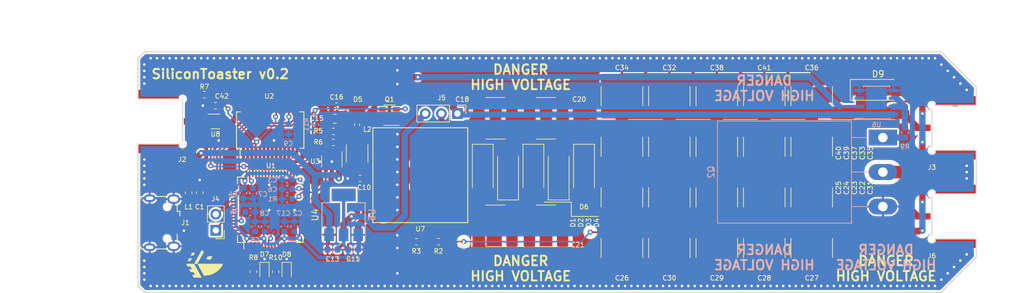
<source format=kicad_pcb>
(kicad_pcb (version 20221018) (generator pcbnew)
  (title_block (title "Electromagnetic Fault Injector") (date "2019-10-29") (rev "0.1") (company "Ledger"))
  (layers (0 "F.Cu" signal) (31 "B.Cu" signal) (34 "B.Paste" user) (35 "F.Paste" user) (36 "B.SilkS" user "B.Silkscreen") (37 "F.SilkS" user "F.Silkscreen") (38 "B.Mask" user) (39 "F.Mask" user) (44 "Edge.Cuts" user))
  (net 0 "")
  (net 1 "GND")
  (net 2 "/mcu/20V_EN")
  (net 3 "/mcu/ADC")
  (net 4 "/analog/ANTENNA_A")
  (net 5 "/analog/SHOOT")
  (net 6 "Net-(J4-Pad1)")
  (net 7 "Net-(Q2-Pad1)")
  (net 8 "/analog/ANTENNA_B")
  (net 9 "+15V")
  (net 10 "Net-(Q1-Pad1)")
  (net 11 "/analog/CHARGE_PWM")
  (net 12 "Net-(D5-Pad2)")
  (net 13 "Net-(R5-Pad2)")
  (net 14 "+5V")
  (net 15 "+3V3A")
  (net 16 "+3V3")
  (net 17 "/mcu/RX")
  (net 18 "Net-(U2-Pad2)")
  (net 19 "Net-(U2-Pad3)")
  (net 20 "/ft232/RX")
  (net 21 "Net-(U2-Pad6)")
  (net 22 "Net-(U2-Pad9)")
  (net 23 "Net-(U2-Pad10)")
  (net 24 "Net-(U2-Pad11)")
  (net 25 "Net-(U2-Pad12)")
  (net 26 "Net-(U2-Pad13)")
  (net 27 "Net-(U2-Pad14)")
  (net 28 "/ft232/USBD+")
  (net 29 "/ft232/USBD-")
  (net 30 "Net-(C9-Pad1)")
  (net 31 "Net-(U2-Pad19)")
  (net 32 "Net-(U2-Pad22)")
  (net 33 "Net-(U2-Pad23)")
  (net 34 "Net-(U2-Pad27)")
  (net 35 "Net-(U2-Pad28)")
  (net 36 "Net-(U1-Pad4)")
  (net 37 "Net-(U1-Pad5)")
  (net 38 "Net-(U1-Pad6)")
  (net 39 "Net-(U1-Pad9)")
  (net 40 "Net-(U1-Pad10)")
  (net 41 "Net-(U1-Pad11)")
  (net 42 "Net-(U1-Pad15)")
  (net 43 "Net-(U1-Pad16)")
  (net 44 "Net-(U1-Pad17)")
  (net 45 "Net-(U1-Pad20)")
  (net 46 "Net-(U1-Pad21)")
  (net 47 "Net-(U1-Pad22)")
  (net 48 "Net-(U1-Pad23)")
  (net 49 "Net-(U1-Pad24)")
  (net 50 "Net-(U1-Pad25)")
  (net 51 "Net-(U1-Pad26)")
  (net 52 "Net-(U1-Pad27)")
  (net 53 "Net-(U1-Pad29)")
  (net 54 "Net-(C6-Pad1)")
  (net 55 "Net-(U1-Pad33)")
  (net 56 "Net-(U1-Pad34)")
  (net 57 "Net-(U1-Pad35)")
  (net 58 "Net-(U1-Pad36)")
  (net 59 "Net-(U1-Pad37)")
  (net 60 "Net-(U1-Pad38)")
  (net 61 "Net-(U1-Pad39)")
  (net 62 "Net-(U1-Pad40)")
  (net 63 "Net-(U1-Pad44)")
  (net 64 "Net-(U1-Pad45)")
  (net 65 "Net-(C7-Pad1)")
  (net 66 "Net-(U1-Pad49)")
  (net 67 "Net-(U1-Pad50)")
  (net 68 "Net-(U1-Pad51)")
  (net 69 "Net-(U1-Pad52)")
  (net 70 "Net-(U1-Pad53)")
  (net 71 "Net-(U1-Pad54)")
  (net 72 "Net-(U1-Pad55)")
  (net 73 "Net-(U1-Pad56)")
  (net 74 "Net-(U1-Pad57)")
  (net 75 "Net-(U1-Pad58)")
  (net 76 "Net-(U1-Pad59)")
  (net 77 "Net-(U1-Pad61)")
  (net 78 "Net-(U1-Pad62)")
  (net 79 "Net-(C20-Pad1)")
  (net 80 "Net-(C18-Pad1)")
  (net 81 "Net-(C19-Pad2)")
  (net 82 "Net-(J1-Pad4)")
  (net 83 "Net-(C18-Pad2)")
  (net 84 "Net-(C21-Pad1)")
  (net 85 "Net-(J5-Pad2)")
  (net 86 "Net-(R9-Pad2)")
  (net 87 "Net-(U6-Pad3)")
  (net 88 "Net-(U1-Pad8)")
  (net 89 "Net-(R8-Pad2)")
  (net 90 "Net-(R10-Pad2)")
  (net 91 "Net-(D8-Pad2)")
  (net 92 "Net-(D7-Pad2)")
  (net 93 "/VBUS")
  (net 94 "Net-(J2-Pad1)")
  (net 95 "/mcu/SW_SHOOT")
  (footprint "Resistor_SMD:R_0603_1608Metric" (layer "F.Cu") (at 53.5 34.75)
    (fp_text reference "R7")
    (fp_text value "10k")
  )
  (footprint "Capacitor_SMD:C_0603_1608Metric" (layer "F.Cu") (at 73.75 59.25 180)
    (fp_text reference "C13")
    (fp_text value "2.2µ")
  )
  (footprint "Capacitor_SMD:C_0603_1608Metric" (layer "F.Cu") (at 77 59.25 180)
    (fp_text reference "C11")
    (fp_text value "2.2µ")
  )
  (footprint "Capacitor_SMD:C_0603_1608Metric" (layer "F.Cu") (at 78.1 48 180)
    (fp_text reference "C10")
    (fp_text value "2.2µ")
  )
  (footprint "mykicadlibs:SCS-200L" (layer "F.Cu") (at 87.63 47.49 180)
    (fp_text reference "U7")
    (fp_text value "SCS-200LD")
  )
  (footprint "Resistor_SMD:R_0603_1608Metric" (layer "F.Cu") (at 73.889 42.315607)
    (fp_text reference "R6")
    (fp_text value "2k")
  )
  (footprint "Resistor_SMD:R_0603_1608Metric" (layer "F.Cu") (at 73.889 40.565607 180)
    (fp_text reference "R5")
    (fp_text value "22.1k")
  )
  (footprint "Capacitor_SMD:C_0603_1608Metric" (layer "F.Cu") (at 74.389 36.565607)
    (fp_text reference "C16")
    (fp_text value "100n")
  )
  (footprint "Capacitor_SMD:C_0805_2012Metric" (layer "F.Cu") (at 74.139 38.565607 180)
    (fp_text reference "C15")
    (fp_text value "22u")
  )
  (footprint "Inductor_SMD:L_1812_4532Metric" (layer "F.Cu") (at 77.639 44.065607 90)
    (fp_text reference "L2")
    (fp_text value "10µ")
  )
  (footprint "Package_TO_SOT_SMD:SOT-23-5" (layer "F.Cu") (at 73.639 45.315607 -90)
    (fp_text reference "U3")
    (fp_text value "MIC2288")
  )
  (footprint "Diode_SMD:D_Powermite_AK" (layer "F.Cu") (at 77.639 38.565607 -90)
    (fp_text reference "D5")
    (fp_text value "MBRM140T3")
  )
  (footprint "Package_QFP:LQFP-64_10x10mm_P0.5mm" (layer "F.Cu") (at 63.9 52.95 90)
    (fp_text reference "U1")
    (fp_text value "STM32F205RETx")
  )
  (footprint "Package_SO:SSOP-28_5.3x10.2mm_P0.65mm" (layer "F.Cu") (at 63.9 40.35 90)
    (fp_text reference "U2")
    (fp_text value "FT232RL")
  )
  (footprint "Package_TO_SOT_SMD:SOT-23-6" (layer "F.Cu") (at 82.75 38 180)
    (fp_text reference "Q1")
    (fp_text value "STT6N3LLH6")
  )
  (footprint "Connector_PinHeader_2.54mm:PinHeader_1x03_P2.54mm_Vertical" (layer "F.Cu") (at 93.5 37.75 -90)
    (fp_text reference "J5")
    (fp_text value "Conn_01x03")
  )
  (footprint "Capacitor_SMD:C_0603_1608Metric" (layer "F.Cu") (at 52.75 50.25 -90)
    (fp_text reference "C1")
    (fp_text value "100n")
  )
  (footprint "Resistor_SMD:R_0603_1608Metric" (layer "F.Cu") (at 87 58 180)
    (fp_text reference "R3")
    (fp_text value "10k")
  )
  (footprint "Resistor_SMD:R_0603_1608Metric" (layer "F.Cu") (at 90.5 58 180)
    (fp_text reference "R2")
    (fp_text value "10M")
  )
  (footprint "Diode_SMD:D_SMA_Handsoldering" (layer "F.Cu") (at 113.5 47 -90)
    (fp_text reference "D6")
    (fp_text value "US1K-E3/61T")
  )
  (footprint "Capacitor_SMD:C_2225_5664Metric_Pad1.80x6.60mm_HandSolder" (layer "F.Cu") (at 107.5 55.5 180)
    (fp_text reference "C21")
    (fp_text value "150n")
  )
  (footprint "Diode_SMD:D_SMA_Handsoldering" (layer "F.Cu") (at 101.5 47 90)
    (fp_text reference "D2")
    (fp_text value "US1K-E3/61T")
  )
  (footprint "Capacitor_SMD:C_2225_5664Metric_Pad1.80x6.60mm_HandSolder" (layer "F.Cu") (at 107.5 38.5 180)
    (fp_text reference "C20")
    (fp_text value "150n")
  )
  (footprint "Capacitor_SMD:C_2225_5664Metric_Pad1.80x6.60mm_HandSolder" (layer "F.Cu") (at 99.5 55.5)
    (fp_text reference "C19")
    (fp_text value "150n")
  )
  (footprint "Diode_SMD:D_SMA_Handsoldering" (layer "F.Cu") (at 105.5 47 -90)
    (fp_text reference "D3")
    (fp_text value "US1K-E3/61T")
  )
  (footprint "Diode_SMD:D_SMA_Handsoldering" (layer "F.Cu") (at 97.5 47 -90)
    (fp_text reference "D1")
    (fp_text value "US1K-E3/61T")
  )
  (footprint "Diode_SMD:D_SMA_Handsoldering" (layer "F.Cu") (at 109.5 47 90)
    (fp_text reference "D4")
    (fp_text value "US1K-E3/61T")
  )
  (footprint "Capacitor_SMD:C_2225_5664Metric_Pad1.80x6.60mm_HandSolder" (layer "F.Cu") (at 99.5 38.5 180)
    (fp_text reference "C18")
    (fp_text value "150n")
  )
  (footprint "Capacitor_SMD:C_2225_5664Metric_Pad1.80x6.60mm_HandSolder" (layer "F.Cu") (at 134.5 43 90)
    (fp_text reference "C37")
    (fp_text value "100n")
  )
  (footprint "Capacitor_SMD:C_2225_5664Metric_Pad1.80x6.60mm_HandSolder" (layer "F.Cu") (at 119.5 35 -90)
    (fp_text reference "C34")
    (fp_text value "100n")
  )
  (footprint "Capacitor_SMD:C_2225_5664Metric_Pad1.80x6.60mm_HandSolder" (layer "F.Cu") (at 127 35 -90)
    (fp_text reference "C32")
    (fp_text value "100n")
  )
  (footprint "Capacitor_SMD:C_2225_5664Metric_Pad1.80x6.60mm_HandSolder" (layer "F.Cu") (at 119.5 59 90)
    (fp_text reference "C26")
    (fp_text value "100n")
  )
  (footprint "Capacitor_SMD:C_2225_5664Metric_Pad1.80x6.60mm_HandSolder" (layer "F.Cu") (at 142 35 -90)
    (fp_text reference "C41")
    (fp_text value "100n")
  )
  (footprint "Capacitor_SMD:C_2225_5664Metric_Pad1.80x6.60mm_HandSolder" (layer "F.Cu") (at 142 59 90)
    (fp_text reference "C28")
    (fp_text value "100n")
  )
  (footprint "Capacitor_SMD:C_2225_5664Metric_Pad1.80x6.60mm_HandSolder" (layer "F.Cu") (at 119.5 51 -90)
    (fp_text reference "C25")
    (fp_text value "100n")
  )
  (footprint "Capacitor_SMD:C_2225_5664Metric_Pad1.80x6.60mm_HandSolder" (layer "F.Cu") (at 142 43 90)
    (fp_text reference "C33")
    (fp_text value "100n")
  )
  (footprint "Capacitor_SMD:C_2225_5664Metric_Pad1.80x6.60mm_HandSolder" (layer "F.Cu") (at 149.5 59 90)
    (fp_text reference "C27")
    (fp_text value "100n")
  )
  (footprint "Capacitor_SMD:C_2225_5664Metric_Pad1.80x6.60mm_HandSolder" (layer "F.Cu") (at 127 51 -90)
    (fp_text reference "C24")
    (fp_text value "100n")
  )
  (footprint "Capacitor_SMD:C_2225_5664Metric_Pad1.80x6.60mm_HandSolder" (layer "F.Cu") (at 149.5 51 -90)
    (fp_text reference "C31")
    (fp_text value "100n")
  )
  (footprint "Capacitor_SMD:C_2225_5664Metric_Pad1.80x6.60mm_HandSolder" (layer "F.Cu") (at 119.5 43 90)
    (fp_text reference "C40")
    (fp_text value "100n")
  )
  (footprint "Capacitor_SMD:C_2225_5664Metric_Pad1.80x6.60mm_HandSolder" (layer "F.Cu") (at 134.5 59 90)
    (fp_text reference "C29")
    (fp_text value "100n")
  )
  (footprint "Capacitor_SMD:C_2225_5664Metric_Pad1.80x6.60mm_HandSolder" (layer "F.Cu") (at 127 43 90)
    (fp_text reference "C39")
    (fp_text value "100n")
  )
  (footprint "Capacitor_SMD:C_2225_5664Metric_Pad1.80x6.60mm_HandSolder" (layer "F.Cu") (at 149.5 43 90)
    (fp_text reference "C35")
    (fp_text value "100n")
  )
  (footprint "Capacitor_SMD:C_2225_5664Metric_Pad1.80x6.60mm_HandSolder" (layer "F.Cu") (at 149.5 35 -90)
    (fp_text reference "C36")
    (fp_text value "100n")
  )
  (footprint "Capacitor_SMD:C_2225_5664Metric_Pad1.80x6.60mm_HandSolder" (layer "F.Cu") (at 134.5 35 -90)
    (fp_text reference "C38")
    (fp_text value "100n")
  )
  (footprint "Capacitor_SMD:C_2225_5664Metric_Pad1.80x6.60mm_HandSolder" (layer "F.Cu") (at 127 59 90)
    (fp_text reference "C30")
    (fp_text value "100n")
  )
  (footprint "Capacitor_SMD:C_2225_5664Metric_Pad1.80x6.60mm_HandSolder" (layer "F.Cu") (at 134.5 51 -90)
    (fp_text reference "C23")
    (fp_text value "100n")
  )
  (footprint "Package_TO_SOT_SMD:SOT-223-3_TabPin2" (layer "F.Cu") (at 75.5 53.75 90)
    (fp_text reference "U4")
    (fp_text value "LD1117S33TR_SOT223")
  )
  (footprint "Diode_SMD:D_0603_1608Metric" (layer "F.Cu") (at 66.5 62.75 -90)
    (fp_text reference "D8")
    (fp_text value "green")
  )
  (footprint "Diode_SMD:D_0603_1608Metric" (layer "F.Cu") (at 63 62.75 -90)
    (fp_text reference "D7")
    (fp_text value "red")
  )
  (footprint "Resistor_SMD:R_0603_1608Metric" (layer "F.Cu") (at 61.25 62.75 90)
    (fp_text reference "R8")
    (fp_text value "64.9")
  )
  (footprint "Resistor_SMD:R_0603_1608Metric" (layer "F.Cu") (at 64.75 62.75 90)
    (fp_text reference "R10")
    (fp_text value "64.9")
  )
  (footprint "Connector_PinHeader_2.54mm:PinHeader_1x02_P2.54mm_Vertical" (layer "F.Cu") (at 55.3 56.2 180)
    (fp_text reference "J4")
    (fp_text value "Conn_01x02")
  )
  (footprint "mykicadlibs:SAMTEC_SMA_J_P_H_ST_EM3" (layer "F.Cu") (at 43.05 39)
    (fp_text reference "J2")
    (fp_text value "Conn_Coaxial")
  )
  (footprint "Connector_USB:USB_Micro-B_Wuerth_629105150521" (layer "F.Cu") (at 46.8 55 -90)
    (fp_text reference "J1")
    (fp_text value "USB_B_Micro")
  )
  (footprint "mykicadlibs:SAMTEC_SMA_J_P_H_ST_EM3" (layer "F.Cu") (at 175.5 40 180)
    (fp_text reference "J3")
    (fp_text value "Conn_Coaxial")
  )
  (footprint "Inductor_SMD:L_0603_1608Metric" (layer "F.Cu") (at 51 50.25 90)
    (fp_text reference "L1")
    (fp_text value "Ferrite_Bead_Small")
  )
  (footprint "mykicadlibs:SAMTEC_SMA_J_P_H_ST_EM3" (layer "F.Cu") (at 175.5 54 180)
    (fp_text reference "J6")
    (fp_text value "Conn_Coaxial")
  )
  (footprint "Capacitor_SMD:C_2225_5664Metric_Pad1.80x6.60mm_HandSolder" (layer "F.Cu") (at 142 51 -90)
    (fp_text reference "C22")
    (fp_text value "100n")
  )
  (footprint "mykicadlibs:donjon-2000" (layer "F.Cu") (at 53.5 61.5 90)
    (fp_text reference "LOGO1" hide)
    (fp_text value "DUNGEON_LOGO" hide)
  )
  (footprint "Diode_SMD:D_SMA_Handsoldering" (layer "F.Cu") (at 160 34)
    (fp_text reference "D9")
    (fp_text value "US1K-E3/61T")
  )
  (footprint "Package_TO_SOT_SMD:SOT-353_SC-70-5" (layer "F.Cu") (at 55.25 39)
    (fp_text reference "U8")
    (fp_text value "74LVC1G32")
  )
  (footprint "Capacitor_SMD:C_0603_1608Metric" (layer "F.Cu") (at 55.25 36.5)
    (fp_text reference "C42")
    (fp_text value "100n")
  )
  (footprint "Capacitor_SMD:C_0603_1608Metric" (layer "B.Cu") (at 77 59.25)
    (fp_text reference "C14")
    (fp_text value "2.2µ")
  )
  (footprint "Capacitor_SMD:C_0603_1608Metric" (layer "B.Cu") (at 73.75 59.25)
    (fp_text reference "C12")
    (fp_text value "2.2µ")
  )
  (footprint "Resistor_SMD:R_0603_1608Metric" (layer "B.Cu") (at 66.55 51.25)
    (fp_text reference "R1")
    (fp_text value "10k")
  )
  (footprint "Capacitor_SMD:C_0603_1608Metric" (layer "B.Cu") (at 61.5 55.6 90)
    (fp_text reference "C5")
    (fp_text value "100n")
  )
  (footprint "Capacitor_SMD:C_0603_1608Metric" (layer "B.Cu") (at 63.05 55.6 90)
    (fp_text reference "C8")
    (fp_text value "100n")
  )
  (footprint "Capacitor_SMD:C_0603_1608Metric" (layer "B.Cu") (at 66.8 40.2 -90)
    (fp_text reference "C9")
    (fp_text value "100n")
  )
  (footprint "Capacitor_SMD:C_0603_1608Metric" (layer "B.Cu") (at 66.55 48.15 180)
    (fp_text reference "C3")
    (fp_text value "100n")
  )
  (footprint "Capacitor_SMD:C_0603_1608Metric" (layer "B.Cu") (at 67.7 55.6 90)
    (fp_text reference "C2")
    (fp_text value "100n")
  )
  (footprint "Capacitor_SMD:C_0603_1608Metric" (layer "B.Cu") (at 66.55 49.7 180)
    (fp_text reference "C6")
    (fp_text value "2.2µ")
  )
  (footprint "Capacitor_SMD:C_0603_1608Metric" (layer "B.Cu") (at 61.2 50.35 -90)
    (fp_text reference "C7")
    (fp_text value "2.2µ")
  )
  (footprint "Capacitor_SMD:C_0603_1608Metric" (layer "B.Cu") (at 66.15 55.6 90)
    (fp_text reference "C17")
    (fp_text value "100n")
  )
  (footprint "Capacitor_SMD:C_0603_1608Metric" (layer "B.Cu") (at 59.65 50.35 -90)
    (fp_text reference "C4")
    (fp_text value "100n")
  )
  (footprint "Resistor_SMD:R_0603_1608Metric" (layer "B.Cu") (at 60.75 53.3 180)
    (fp_text reference "R4")
    (fp_text value "10k")
  )
  (footprint "Resistor_SMD:R_0603_1608Metric" (layer "B.Cu") (at 164.25 40.75 90)
    (fp_text reference "R9")
    (fp_text value "4.99")
  )
  (footprint "Package_TO_SOT_SMD:SOT-223-3_TabPin2" (layer "B.Cu") (at 75.511079 53.764277 90)
    (fp_text reference "U5")
    (fp_text value "LD1117S33TR_SOT223")
  )
  (footprint "Package_SO:SOIC-8_3.9x4.9mm_P1.27mm" (layer "B.Cu") (at 159.75 36)
    (fp_text reference "U6")
    (fp_text value "MCP1407-E/SN")
  )
  (footprint "Resistor_SMD:R_0603_1608Metric" (layer "B.Cu") (at 71 39.5 -90)
    (fp_text reference "R11")
    (fp_text value "10M")
  )
  (footprint "mykicadlibs:TO-247-3_Horizontal_TabDown_NoTabDrill" (layer "B.Cu") (at 160.75 41.55 -90)
    (fp_text reference "Q2")
    (fp_text value "IKW40N120H3FKSA1")
  )
  (gr_line (start 111.5 51.75) (end 107.25 51.75) (stroke (width 0.125)) (layer "F.SilkS"))
  (gr_line (start 115.75 54) (end 111.5 54) (stroke (width 0.125)) (layer "F.SilkS"))
  (gr_line (start 111.5 54) (end 111.5 51.75) (stroke (width 0.125)) (layer "F.SilkS"))
  (gr_line (start 175.5 33.5) (end 170 28) (stroke (width 0.15)) (layer "Edge.Cuts"))
  (gr_line (start 170 28) (end 44 28) (stroke (width 0.15)) (layer "Edge.Cuts"))
  (gr_line (start 175.5 57.56) (end 168.5 57.56) (stroke (width 0.15)) (layer "Edge.Cuts"))
  (gr_line (start 168.5 50.44) (end 175.5 50.44) (stroke (width 0.15)) (layer "Edge.Cuts"))
  (gr_line (start 168.5 57.56) (end 168.5 50.44) (stroke (width 0.15)) (layer "Edge.Cuts"))
  (gr_line (start 175.5 50.44) (end 175.5 43.56) (stroke (width 0.15)) (layer "Edge.Cuts"))
  (gr_line (start 168.5 43.56) (end 168.5 36.44) (stroke (width 0.15)) (layer "Edge.Cuts"))
  (gr_line (start 43 29) (end 44 28) (stroke (width 0.15)) (layer "Edge.Cuts"))
  (gr_line (start 50.05 42.56) (end 43 42.56) (stroke (width 0.15)) (layer "Edge.Cuts"))
  (gr_line (start 175.5 60.5) (end 170 66) (stroke (width 0.15)) (layer "Edge.Cuts"))
  (gr_line (start 44 66) (end 43 65) (stroke (width 0.15)) (layer "Edge.Cuts"))
  (gr_line (start 50.05 35.44) (end 50.05 42.56) (stroke (width 0.15)) (layer "Edge.Cuts"))
  (gr_line (start 175.5 36.44) (end 175.5 33.5) (stroke (width 0.15)) (layer "Edge.Cuts"))
  (gr_line (start 168.5 36.44) (end 175.5 36.44) (stroke (width 0.15)) (layer "Edge.Cuts"))
  (gr_line (start 170 66) (end 44 66) (stroke (width 0.15)) (layer "Edge.Cuts"))
  (gr_line (start 175.5 43.56) (end 168.5 43.56) (stroke (width 0.15)) (layer "Edge.Cuts"))
  (gr_line (start 50.05 35.44) (end 43 35.44) (stroke (width 0.15)) (layer "Edge.Cuts"))
  (gr_line (start 43 29) (end 43 35.44) (stroke (width 0.15)) (layer "Edge.Cuts"))
  (gr_line (start 175.5 57.56) (end 175.5 60.5) (stroke (width 0.15)) (layer "Edge.Cuts"))
  (gr_line (start 43 65) (end 43 42.56) (stroke (width 0.15)) (layer "Edge.Cuts"))
  (gr_text "DANGER\nHIGH VOLTAGE" (at 142 60.5) (layer "B.SilkS") (effects (font (size 1.5 1.5) (thickness 0.3)) (justify mirror)))
  (gr_text "DANGER\nHIGH VOLTAGE" (at 142 33.75) (layer "B.SilkS") (effects (font (size 1.5 1.5) (thickness 0.3)) (justify mirror)))
  (gr_text "DANGER\nHIGH VOLTAGE" (at 161.25 60.5) (layer "B.SilkS") (effects (font (size 1.5 1.5) (thickness 0.3)) (justify mirror)))
  (gr_text "SiliconToaster v0.2" (at 56 31.5) (layer "F.SilkS") (effects (font (size 1.5 1.5) (thickness 0.3))))
  (gr_text "DANGER\nHIGH VOLTAGE" (at 103.5 62.25) (layer "F.SilkS") (effects (font (size 1.5 1.5) (thickness 0.3))))
  (gr_text "DANGER\nHIGH VOLTAGE" (at 103.5 32) (layer "F.SilkS") (effects (font (size 1.5 1.5) (thickness 0.3))))
  (gr_text "DANGER\nHIGH VOLTAGE" (at 161.25 62.25) (layer "F.SilkS") (effects (font (size 1.5 1.5) (thickness 0.3))))
  (segment (start 73.639 44.215607) (end 73.639 43.375655) (width 0.75) (layer "F.Cu") (net 1))
  (segment (start 74.214888 42.799767) (end 74.214888 42.777219) (width 0.75) (layer "F.Cu") (net 1))
  (segment (start 73.6015 38.165607) (end 73.2015 38.565607) (width 0.75) (layer "F.Cu") (net 1))
  (segment (start 74.214888 42.777219) (end 74.6765 42.315607) (width 0.75) (layer "F.Cu") (net 1))
  (segment (start 73.2015 38.868059) (end 73.2015 38.565607) (width 0.75) (layer "F.Cu") (net 1))
  (segment (start 73.639 43.375655) (end 74.214888 42.799767) (width 0.75) (layer "F.Cu") (net 1))
  (segment (start 73.6015 36.565607) (end 73.6015 38.165607) (width 0.75) (layer "F.Cu") (net 1))
  (segment (start 71.73899 40.330569) (end 73.2015 38.868059) (width 0.75) (layer "F.Cu") (net 1))
  (segment (start 96.875 55.5) (end 96.875 58.9) (width 2) (layer "F.Cu") (net 1))
  (segment (start 96.875 58.9) (end 99.6 61.625) (width 2) (layer "F.Cu") (net 1))
  (segment (start 72.9625 57.1375) (end 73.2 56.9) (width 0.5) (layer "F.Cu") (net 1))
  (segment (start 52.75 49.4625) (end 52.75 48.25) (width 0.5) (layer "F.Cu") (net 1))
  (segment (start 119.5 61.625) (end 149.5 61.625) (width 2) (layer "F.Cu") (net 1))
  (segment (start 72.9625 59.25) (end 72.9625 57.1375) (width 0.5) (layer "F.Cu") (net 1))
  (segment (start 93.465 53.325) (end 94.7 53.325) (width 2) (layer "F.Cu") (net 1))
  (segment (start 73.639 45.339) (end 73.65 45.35) (width 0.7) (layer "F.Cu") (net 1))
  (segment (start 146.75 45.625) (end 149.5 45.625) (width 2) (layer "F.Cu") (net 1))
  (segment (start 116.1 61.625) (end 119.5 61.625) (width 2) (layer "F.Cu") (net 1))
  (segment (start 94.7 53.325) (end 96.875 55.5) (width 2) (layer "F.Cu") (net 1))
  (segment (start 96.875 55.5) (end 96.875 50.125) (width 2) (layer "F.Cu") (net 1))
  (segment (start 73.639 44.215607) (end 73.639 45.339) (width 0.7) (layer "F.Cu") (net 1))
  (segment (start 96.875 50.125) (end 97.5 49.5) (width 2) (layer "F.Cu") (net 1))
  (segment (start 63 61.9625) (end 63 60.75) (width 0.25) (layer "F.Cu") (net 1))
  (segment (start 66.5 61.9625) (end 66.5 60.75) (width 0.25) (layer "F.Cu") (net 1))
  (segment (start 119.5 32.375) (end 149.5 32.375) (width 2) (layer "F.Cu") (net 1))
  (segment (start 54.2875 36.325) (end 54.4625 36.5) (width 0.25) (layer "F.Cu") (net 1))
  (segment (start 54.4625 36.5) (end 53.25 36.5) (width 0.25) (layer "F.Cu") (net 1))
  (segment (start 71.73899 40.330569) (end 71.73899 45.35) (width 0.7) (layer "F.Cu") (net 1))
  (segment (start 77.3125 48) (end 76.15 48) (width 0.25) (layer "F.Cu") (net 1))
  (segment (start 99.6 61.625) (end 116.1 61.625) (width 2) (layer "F.Cu") (net 1))
  (segment (start 54.2875 34.75) (end 54.2875 36.325) (width 0.25) (layer "F.Cu") (net 1))
  (via (at 44 45) (size 0.8) (drill 0.4) (layers "F.Cu" "B.Cu") (net 1))
  (via (at 44 49) (size 0.8) (drill 0.4) (layers "F.Cu" "B.Cu") (net 1))
  (via (at 44 48) (size 0.8) (drill 0.4) (layers "F.Cu" "B.Cu") (net 1))
  (via (at 44 47) (size 0.8) (drill 0.4) (layers "F.Cu" "B.Cu") (net 1))
  (via (at 44 46) (size 0.8) (drill 0.4) (layers "F.Cu" "B.Cu") (net 1))
  (via (at 44 33) (size 0.8) (drill 0.4) (layers "F.Cu" "B.Cu") (net 1))
  (via (at 44 32) (size 0.8) (drill 0.4) (layers "F.Cu" "B.Cu") (net 1))
  (via (at 44 31) (size 0.8) (drill 0.4) (layers "F.Cu" "B.Cu") (net 1))
  (via (at 44 30) (size 0.8) (drill 0.4) (layers "F.Cu" "B.Cu") (net 1))
  (via (at 45 29) (size 0.8) (drill 0.4) (layers "F.Cu" "B.Cu") (net 1))
  (via (at 46 29) (size 0.8) (drill 0.4) (layers "F.Cu" "B.Cu") (net 1))
  (via (at 47 29) (size 0.8) (drill 0.4) (layers "F.Cu" "B.Cu") (net 1))
  (via (at 48 29) (size 0.8) (drill 0.4) (layers "F.Cu" "B.Cu") (net 1))
  (via (at 49 29) (size 0.8) (drill 0.4) (layers "F.Cu" "B.Cu") (net 1))
  (via (at 50 29) (size 0.8) (drill 0.4) (layers "F.Cu" "B.Cu") (net 1))
  (via (at 51 29) (size 0.8) (drill 0.4) (layers "F.Cu" "B.Cu") (net 1))
  (via (at 52 29) (size 0.8) (drill 0.4) (layers "F.Cu" "B.Cu") (net 1))
  (via (at 53 29) (size 0.8) (drill 0.4) (layers "F.Cu" "B.Cu") (net 1))
  (via (at 60 29) (size 0.8) (drill 0.4) (layers "F.Cu" "B.Cu") (net 1))
  (via (at 56 29) (size 0.8) (drill 0.4) (layers "F.Cu" "B.Cu") (net 1))
  (via (at 62 29) (size 0.8) (drill 0.4) (layers "F.Cu" "B.Cu") (net 1))
  (via (at 58 29) (size 0.8) (drill 0.4) (layers "F.Cu" "B.Cu") (net 1))
  (via (at 55 29) (size 0.8) (drill 0.4) (layers "F.Cu" "B.Cu") (net 1))
  (via (at 59 29) (size 0.8) (drill 0.4) (layers "F.Cu" "B.Cu") (net 1))
  (via (at 54 29) (size 0.8) (drill 0.4) (layers "F.Cu" "B.Cu") (net 1))
  (via (at 61 29) (size 0.8) (drill 0.4) (layers "F.Cu" "B.Cu") (net 1))
  (via (at 57 29) (size 0.8) (drill 0.4) (layers "F.Cu" "B.Cu") (net 1))
  (via (at 78 29) (size 0.8) (drill 0.4) (layers "F.Cu" "B.Cu") (net 1))
  (via (at 75 29) (size 0.8) (drill 0.4) (layers "F.Cu" "B.Cu") (net 1))
  (via (at 68 29) (size 0.8) (drill 0.4) (layers "F.Cu" "B.Cu") (net 1))
  (via (at 64 29) (size 0.8) (drill 0.4) (layers "F.Cu" "B.Cu") (net 1))
  (via (at 79 29) (size 0.8) (drill 0.4) (layers "F.Cu" "B.Cu") (net 1))
  (via (at 70 29) (size 0.8) (drill 0.4) (layers "F.Cu" "B.Cu") (net 1))
  (via (at 66 29) (size 0.8) (drill 0.4) (layers "F.Cu" "B.Cu") (net 1))
  (via (at 63 29) (size 0.8) (drill 0.4) (layers "F.Cu" "B.Cu") (net 1))
  (via (at 67 29) (size 0.8) (drill 0.4) (layers "F.Cu" "B.Cu") (net 1))
  (via (at 72 29) (size 0.8) (drill 0.4) (layers "F.Cu" "B.Cu") (net 1))
  (via (at 76 29) (size 0.8) (drill 0.4) (layers "F.Cu" "B.Cu") (net 1))
  (via (at 69 29) (size 0.8) (drill 0.4) (layers "F.Cu" "B.Cu") (net 1))
  (via (at 71 29) (size 0.8) (drill 0.4) (layers "F.Cu" "B.Cu") (net 1))
  (via (at 73 29) (size 0.8) (drill 0.4) (layers "F.Cu" "B.Cu") (net 1))
  (via (at 74 29) (size 0.8) (drill 0.4) (layers "F.Cu" "B.Cu") (net 1))
  (via (at 65 29) (size 0.8) (drill 0.4) (layers "F.Cu" "B.Cu") (net 1))
  (via (at 77 29) (size 0.8) (drill 0.4) (layers "F.Cu" "B.Cu") (net 1))
  (via (at 84 29) (size 0.8) (drill 0.4) (layers "F.Cu" "B.Cu") (net 1))
  (via (at 92 29) (size 0.8) (drill 0.4) (layers "F.Cu" "B.Cu") (net 1))
  (via (at 87 29) (size 0.8) (drill 0.4) (layers "F.Cu" "B.Cu") (net 1))
  (via (at 91 29) (size 0.8) (drill 0.4) (layers "F.Cu" "B.Cu") (net 1))
  (via (at 93 29) (size 0.8) (drill 0.4) (layers "F.Cu" "B.Cu") (net 1))
  (via (at 90 29) (size 0.8) (drill 0.4) (layers "F.Cu" "B.Cu") (net 1))
  (via (at 80 29) (size 0.8) (drill 0.4) (layers "F.Cu" "B.Cu") (net 1))
  (via (at 86 29) (size 0.8) (drill 0.4) (layers "F.Cu" "B.Cu") (net 1))
  (via (at 95 29) (size 0.8) (drill 0.4) (layers "F.Cu" "B.Cu") (net 1))
  (via (at 88 29) (size 0.8) (drill 0.4) (layers "F.Cu" "B.Cu") (net 1))
  (via (at 89 29) (size 0.8) (drill 0.4) (layers "F.Cu" "B.Cu") (net 1))
  (via (at 96 29) (size 0.8) (drill 0.4) (layers "F.Cu" "B.Cu") (net 1))
  (via (at 81 29) (size 0.8) (drill 0.4) (layers "F.Cu" "B.Cu") (net 1))
  (via (at 94 29) (size 0.8) (drill 0.4) (layers "F.Cu" "B.Cu") (net 1))
  (via (at 83 29) (size 0.8) (drill 0.4) (layers "F.Cu" "B.Cu") (net 1))
  (via (at 85 29) (size 0.8) (drill 0.4) (layers "F.Cu" "B.Cu") (net 1))
  (via (at 82 29) (size 0.8) (drill 0.4) (layers "F.Cu" "B.Cu") (net 1))
  (via (at 100 29) (size 0.8) (drill 0.4) (layers "F.Cu" "B.Cu") (net 1))
  (via (at 99 29) (size 0.8) (drill 0.4) (layers "F.Cu" "B.Cu") (net 1))
  (via (at 112 29) (size 0.8) (drill 0.4) (layers "F.Cu" "B.Cu") (net 1))
  (via (at 101 29) (size 0.8) (drill 0.4) (layers "F.Cu" "B.Cu") (net 1))
  (via (at 98 29) (size 0.8) (drill 0.4) (layers "F.Cu" "B.Cu") (net 1))
  (via (at 107 29) (size 0.8) (drill 0.4) (layers "F.Cu" "B.Cu") (net 1))
  (via (at 105 29) (size 0.8) (drill 0.4) (layers "F.Cu" "B.Cu") (net 1))
  (via (at 109 29) (size 0.8) (drill 0.4) (layers "F.Cu" "B.Cu") (net 1))
  (via (at 119 29) (size 0.8) (drill 0.4) (layers "F.Cu" "B.Cu") (net 1))
  (via (at 110 29) (size 0.8) (drill 0.4) (layers "F.Cu" "B.Cu") (net 1))
  (via (at 118 29) (size 0.8) (drill 0.4) (layers "F.Cu" "B.Cu") (net 1))
  (via (at 103 29) (size 0.8) (drill 0.4) (layers "F.Cu" "B.Cu") (net 1))
  (via (at 108 29) (size 0.8) (drill 0.4) (layers "F.Cu" "B.Cu") (net 1))
  (via (at 97 29) (size 0.8) (drill 0.4) (layers "F.Cu" "B.Cu") (net 1))
  (via (at 111 29) (size 0.8) (drill 0.4) (layers "F.Cu" "B.Cu") (net 1))
  (via (at 104 29) (size 0.8) (drill 0.4) (layers "F.Cu" "B.Cu") (net 1))
  (via (at 116 29) (size 0.8) (drill 0.4) (layers "F.Cu" "B.Cu") (net 1))
  (via (at 106 29) (size 0.8) (drill 0.4) (layers "F.Cu" "B.Cu") (net 1))
  (via (at 113 29) (size 0.8) (drill 0.4) (layers "F.Cu" "B.Cu") (net 1))
  (via (at 117 29) (size 0.8) (drill 0.4) (layers "F.Cu" "B.Cu") (net 1))
  (via (at 121 29) (size 0.8) (drill 0.4) (layers "F.Cu" "B.Cu") (net 1))
  (via (at 114 29) (size 0.8) (drill 0.4) (layers "F.Cu" "B.Cu") (net 1))
  (via (at 115 29) (size 0.8) (drill 0.4) (layers "F.Cu" "B.Cu") (net 1))
  (via (at 102 29) (size 0.8) (drill 0.4) (layers "F.Cu" "B.Cu") (net 1))
  (via (at 120 29) (size 0.8) (drill 0.4) (layers "F.Cu" "B.Cu") (net 1))
  (via (at 140 29) (size 0.8) (drill 0.4) (layers "F.Cu" "B.Cu") (net 1))
  (via (at 132 29) (size 0.8) (drill 0.4) (layers "F.Cu" "B.Cu") (net 1))
  (via (at 141 29) (size 0.8) (drill 0.4) (layers "F.Cu" "B.Cu") (net 1))
  (via (at 124 29) (size 0.8) (drill 0.4) (layers "F.Cu" "B.Cu") (net 1))
  (via (at 145 29) (size 0.8) (drill 0.4) (layers "F.Cu" "B.Cu") (net 1))
  (via (at 142 29) (size 0.8) (drill 0.4) (layers "F.Cu" "B.Cu") (net 1))
  (via (at 126 29) (size 0.8) (drill 0.4) (layers "F.Cu" "B.Cu") (net 1))
  (via (at 123 29) (size 0.8) (drill 0.4) (layers "F.Cu" "B.Cu") (net 1))
  (via (at 146 29) (size 0.8) (drill 0.4) (layers "F.Cu" "B.Cu") (net 1))
  (via (at 122 29) (size 0.8) (drill 0.4) (layers "F.Cu" "B.Cu") (net 1))
  (via (at 135 29) (size 0.8) (drill 0.4) (layers "F.Cu" "B.Cu") (net 1))
  (via (at 125 29) (size 0.8) (drill 0.4) (layers "F.Cu" "B.Cu") (net 1))
  (via (at 138 29) (size 0.8) (drill 0.4) (layers "F.Cu" "B.Cu") (net 1))
  (via (at 136 29) (size 0.8) (drill 0.4) (layers "F.Cu" "B.Cu") (net 1))
  (via (at 133 29) (size 0.8) (drill 0.4) (layers "F.Cu" "B.Cu") (net 1))
  (via (at 144 29) (size 0.8) (drill 0.4) (layers "F.Cu" "B.Cu") (net 1))
  (via (at 130 29) (size 0.8) (drill 0.4) (layers "F.Cu" "B.Cu") (net 1))
  (via (at 129 29) (size 0.8) (drill 0.4) (layers "F.Cu" "B.Cu") (net 1))
  (via (at 134 29) (size 0.8) (drill 0.4) (layers "F.Cu" "B.Cu") (net 1))
  (via (at 128 29) (size 0.8) (drill 0.4) (layers "F.Cu" "B.Cu") (net 1))
  (via (at 131 29) (size 0.8) (drill 0.4) (layers "F.Cu" "B.Cu") (net 1))
  (via (at 139 29) (size 0.8) (drill 0.4) (layers "F.Cu" "B.Cu") (net 1))
  (via (at 137 29) (size 0.8) (drill 0.4) (layers "F.Cu" "B.Cu") (net 1))
  (via (at 127 29) (size 0.8) (drill 0.4) (layers "F.Cu" "B.Cu") (net 1))
  (via (at 143 29) (size 0.8) (drill 0.4) (layers "F.Cu" "B.Cu") (net 1))
  (via (at 158 29) (size 0.8) (drill 0.4) (layers "F.Cu" "B.Cu") (net 1))
  (via (at 157 29) (size 0.8) (drill 0.4) (layers "F.Cu" "B.Cu") (net 1))
  (via (at 151 29) (size 0.8) (drill 0.4) (layers "F.Cu" "B.Cu") (net 1))
  (via (at 147 29) (size 0.8) (drill 0.4) (layers "F.Cu" "B.Cu") (net 1))
  (via (at 149 29) (size 0.8) (drill 0.4) (layers "F.Cu" "B.Cu") (net 1))
  (via (at 150 29) (size 0.8) (drill 0.4) (layers "F.Cu" "B.Cu") (net 1))
  (via (at 155 29) (size 0.8) (drill 0.4) (layers "F.Cu" "B.Cu") (net 1))
  (via (at 154 29) (size 0.8) (drill 0.4) (layers "F.Cu" "B.Cu") (net 1))
  (via (at 153 29) (size 0.8) (drill 0.4) (layers "F.Cu" "B.Cu") (net 1))
  (via (at 156 29) (size 0.8) (drill 0.4) (layers "F.Cu" "B.Cu") (net 1))
  (via (at 148 29) (size 0.8) (drill 0.4) (layers "F.Cu" "B.Cu") (net 1))
  (via (at 152 29) (size 0.8) (drill 0.4) (layers "F.Cu" "B.Cu") (net 1))
  (via (at 159 29) (size 0.8) (drill 0.4) (layers "F.Cu" "B.Cu") (net 1))
  (via (at 160 29) (size 0.8) (drill 0.4) (layers "F.Cu" "B.Cu") (net 1))
  (via (at 161 29) (size 0.8) (drill 0.4) (layers "F.Cu" "B.Cu") (net 1))
  (via (at 162 29) (size 0.8) (drill 0.4) (layers "F.Cu" "B.Cu") (net 1))
  (via (at 163 29) (size 0.8) (drill 0.4) (layers "F.Cu" "B.Cu") (net 1))
  (via (at 164 29) (size 0.8) (drill 0.4) (layers "F.Cu" "B.Cu") (net 1))
  (via (at 164 65) (size 0.8) (drill 0.4) (layers "F.Cu" "B.Cu") (net 1))
  (via (at 163 65) (size 0.8) (drill 0.4) (layers "F.Cu" "B.Cu") (net 1))
  (via (at 162 65) (size 0.8) (drill 0.4) (layers "F.Cu" "B.Cu") (net 1))
  (via (at 161 65) (size 0.8) (drill 0.4) (layers "F.Cu" "B.Cu") (net 1))
  (via (at 160 65) (size 0.8) (drill 0.4) (layers "F.Cu" "B.Cu") (net 1))
  (via (at 158 65) (size 0.8) (drill 0.4) (layers "F.Cu" "B.Cu") (net 1))
  (via (at 159 65) (size 0.8) (drill 0.4) (layers "F.Cu" "B.Cu") (net 1))
  (via (at 157 65) (size 0.8) (drill 0.4) (layers "F.Cu" "B.Cu") (net 1))
  (via (at 155 65) (size 0.8) (drill 0.4) (layers "F.Cu" "B.Cu") (net 1))
  (via (at 152 65) (size 0.8) (drill 0.4) (layers "F.Cu" "B.Cu") (net 1))
  (via (at 156 65) (size 0.8) (drill 0.4) (layers "F.Cu" "B.Cu") (net 1))
  (via (at 153 65) (size 0.8) (drill 0.4) (layers "F.Cu" "B.Cu") (net 1))
  (via (at 154 65) (size 0.8) (drill 0.4) (layers "F.Cu" "B.Cu") (net 1))
  (via (at 150 65) (size 0.8) (drill 0.4) (layers "F.Cu" "B.Cu") (net 1))
  (via (at 147 65) (size 0.8) (drill 0.4) (layers "F.Cu" "B.Cu") (net 1))
  (via (at 148 65) (size 0.8) (drill 0.4) (layers "F.Cu" "B.Cu") (net 1))
  (via (at 151 65) (size 0.8) (drill 0.4) (layers "F.Cu" "B.Cu") (net 1))
  (via (at 146 65) (size 0.8) (drill 0.4) (layers "F.Cu" "B.Cu") (net 1))
  (via (at 149 65) (size 0.8) (drill 0.4) (layers "F.Cu" "B.Cu") (net 1))
  (via (at 145 65) (size 0.8) (drill 0.4) (layers "F.Cu" "B.Cu") (net 1))
  (via (at 143 65) (size 0.8) (drill 0.4) (layers "F.Cu" "B.Cu") (net 1))
  (via (at 142 65) (size 0.8) (drill 0.4) (layers "F.Cu" "B.Cu") (net 1))
  (via (at 141 65) (size 0.8) (drill 0.4) (layers "F.Cu" "B.Cu") (net 1))
  (via (at 140 65) (size 0.8) (drill 0.4) (layers "F.Cu" "B.Cu") (net 1))
  (via (at 144 65) (size 0.8) (drill 0.4) (layers "F.Cu" "B.Cu") (net 1))
  (via (at 128 65) (size 0.8) (drill 0.4) (layers "F.Cu" "B.Cu") (net 1))
  (via (at 126 65) (size 0.8) (drill 0.4) (layers "F.Cu" "B.Cu") (net 1))
  (via (at 125 65) (size 0.8) (drill 0.4) (layers "F.Cu" "B.Cu") (net 1))
  (via (at 133 65) (size 0.8) (drill 0.4) (layers "F.Cu" "B.Cu") (net 1))
  (via (at 130 65) (size 0.8) (drill 0.4) (layers "F.Cu" "B.Cu") (net 1))
  (via (at 138 65) (size 0.8) (drill 0.4) (layers "F.Cu" "B.Cu") (net 1))
  (via (at 131 65) (size 0.8) (drill 0.4) (layers "F.Cu" "B.Cu") (net 1))
  (via (at 135 65) (size 0.8) (drill 0.4) (layers "F.Cu" "B.Cu") (net 1))
  (via (at 139 65) (size 0.8) (drill 0.4) (layers "F.Cu" "B.Cu") (net 1))
  (via (at 134 65) (size 0.8) (drill 0.4) (layers "F.Cu" "B.Cu") (net 1))
  (via (at 136 65) (size 0.8) (drill 0.4) (layers "F.Cu" "B.Cu") (net 1))
  (via (at 124 65) (size 0.8) (drill 0.4) (layers "F.Cu" "B.Cu") (net 1))
  (via (at 129 65) (size 0.8) (drill 0.4) (layers "F.Cu" "B.Cu") (net 1))
  (via (at 127 65) (size 0.8) (drill 0.4) (layers "F.Cu" "B.Cu") (net 1))
  (via (at 132 65) (size 0.8) (drill 0.4) (layers "F.Cu" "B.Cu") (net 1))
  (via (at 137 65) (size 0.8) (drill 0.4) (layers "F.Cu" "B.Cu") (net 1))
  (via (at 116 65) (size 0.8) (drill 0.4) (layers "F.Cu" "B.Cu") (net 1))
  (via (at 110 65) (size 0.8) (drill 0.4) (layers "F.Cu" "B.Cu") (net 1))
  (via (at 108 65) (size 0.8) (drill 0.4) (layers "F.Cu" "B.Cu") (net 1))
  (via (at 109 65) (size 0.8) (drill 0.4) (layers "F.Cu" "B.Cu") (net 1))
  (via (at 122 65) (size 0.8) (drill 0.4) (layers "F.Cu" "B.Cu") (net 1))
  (via (at 121 65) (size 0.8) (drill 0.4) (layers "F.Cu" "B.Cu") (net 1))
  (via (at 117 65) (size 0.8) (drill 0.4) (layers "F.Cu" "B.Cu") (net 1))
  (via (at 119 65) (size 0.8) (drill 0.4) (layers "F.Cu" "B.Cu") (net 1))
  (via (at 112 65) (size 0.8) (drill 0.4) (layers "F.Cu" "B.Cu") (net 1))
  (via (at 115 65) (size 0.8) (drill 0.4) (layers "F.Cu" "B.Cu") (net 1))
  (via (at 111 65) (size 0.8) (drill 0.4) (layers "F.Cu" "B.Cu") (net 1))
  (via (at 120 65) (size 0.8) (drill 0.4) (layers "F.Cu" "B.Cu") (net 1))
  (via (at 114 65) (size 0.8) (drill 0.4) (layers "F.Cu" "B.Cu") (net 1))
  (via (at 113 65) (size 0.8) (drill 0.4) (layers "F.Cu" "B.Cu") (net 1))
  (via (at 123 65) (size 0.8) (drill 0.4) (layers "F.Cu" "B.Cu") (net 1))
  (via (at 118 65) (size 0.8) (drill 0.4) (layers "F.Cu" "B.Cu") (net 1))
  (via (at 105 65) (size 0.8) (drill 0.4) (layers "F.Cu" "B.Cu") (net 1))
  (via (at 94 65) (size 0.8) (drill 0.4) (layers "F.Cu" "B.Cu") (net 1))
  (via (at 95 65) (size 0.8) (drill 0.4) (layers "F.Cu" "B.Cu") (net 1))
  (via (at 97 65) (size 0.8) (drill 0.4) (layers "F.Cu" "B.Cu") (net 1))
  (via (at 104 65) (size 0.8) (drill 0.4) (layers "F.Cu" "B.Cu") (net 1))
  (via (at 96 65) (size 0.8) (drill 0.4) (layers "F.Cu" "B.Cu") (net 1))
  (via (at 103 65) (size 0.8) (drill 0.4) (layers "F.Cu" "B.Cu") (net 1))
  (via (at 93 65) (size 0.8) (drill 0.4) (layers "F.Cu" "B.Cu") (net 1))
  (via (at 106 65) (size 0.8) (drill 0.4) (layers "F.Cu" "B.Cu") (net 1))
  (via (at 92 65) (size 0.8) (drill 0.4) (layers "F.Cu" "B.Cu") (net 1))
  (via (at 102 65) (size 0.8) (drill 0.4) (layers "F.Cu" "B.Cu") (net 1))
  (via (at 100 65) (size 0.8) (drill 0.4) (layers "F.Cu" "B.Cu") (net 1))
  (via (at 99 65) (size 0.8) (drill 0.4) (layers "F.Cu" "B.Cu") (net 1))
  (via (at 98 65) (size 0.8) (drill 0.4) (layers "F.Cu" "B.Cu") (net 1))
  (via (at 101 65) (size 0.8) (drill 0.4) (layers "F.Cu" "B.Cu") (net 1))
  (via (at 107 65) (size 0.8) (drill 0.4) (layers "F.Cu" "B.Cu") (net 1))
  (via (at 91 65) (size 0.8) (drill 0.4) (layers "F.Cu" "B.Cu") (net 1))
  (via (at 76 65) (size 0.8) (drill 0.4) (layers "F.Cu" "B.Cu") (net 1))
  (via (at 86 65) (size 0.8) (drill 0.4) (layers "F.Cu" "B.Cu") (net 1))
  (via (at 88 65) (size 0.8) (drill 0.4) (layers "F.Cu" "B.Cu") (net 1))
  (via (at 89 65) (size 0.8) (drill 0.4) (layers "F.Cu" "B.Cu") (net 1))
  (via (at 81 65) (size 0.8) (drill 0.4) (layers "F.Cu" "B.Cu") (net 1))
  (via (at 84 65) (size 0.8) (drill 0.4) (layers "F.Cu" "B.Cu") (net 1))
  (via (at 83 65) (size 0.8) (drill 0.4) (layers "F.Cu" "B.Cu") (net 1))
  (via (at 82 65) (size 0.8) (drill 0.4) (layers "F.Cu" "B.Cu") (net 1))
  (via (at 85 65) (size 0.8) (drill 0.4) (layers "F.Cu" "B.Cu") (net 1))
  (via (at 80 65) (size 0.8) (drill 0.4) (layers "F.Cu" "B.Cu") (net 1))
  (via (at 87 65) (size 0.8) (drill 0.4) (layers "F.Cu" "B.Cu") (net 1))
  (via (at 90 65) (size 0.8) (drill 0.4) (layers "F.Cu" "B.Cu") (net 1))
  (via (at 78 65) (size 0.8) (drill 0.4) (layers "F.Cu" "B.Cu") (net 1))
  (via (at 79 65) (size 0.8) (drill 0.4) (layers "F.Cu" "B.Cu") (net 1))
  (via (at 77 65) (size 0.8) (drill 0.4) (layers "F.Cu" "B.Cu") (net 1))
  (via (at 68 65) (size 0.8) (drill 0.4) (layers "F.Cu" "B.Cu") (net 1))
  (via (at 66 65) (size 0.8) (drill 0.4) (layers "F.Cu" "B.Cu") (net 1))
  (via (at 69 65) (size 0.8) (drill 0.4) (layers "F.Cu" "B.Cu") (net 1))
  (via (at 73 65) (size 0.8) (drill 0.4) (layers "F.Cu" "B.Cu") (net 1))
  (via (at 72 65) (size 0.8) (drill 0.4) (layers "F.Cu" "B.Cu") (net 1))
  (via (at 60 65) (size 0.8) (drill 0.4) (layers "F.Cu" "B.Cu") (net 1))
  (via (at 67 65) (size 0.8) (drill 0.4) (layers "F.Cu" "B.Cu") (net 1))
  (via (at 75 65) (size 0.8) (drill 0.4) (layers "F.Cu" "B.Cu") (net 1))
  (via (at 70 65) (size 0.8) (drill 0.4) (layers "F.Cu" "B.Cu") (net 1))
  (via (at 62 65) (size 0.8) (drill 0.4) (layers "F.Cu" "B.Cu") (net 1))
  (via (at 63 65) (size 0.8) (drill 0.4) (layers "F.Cu" "B.Cu") (net 1))
  (via (at 61 65) (size 0.8) (drill 0.4) (layers "F.Cu" "B.Cu") (net 1))
  (via (at 65 65) (size 0.8) (drill 0.4) (layers "F.Cu" "B.Cu") (net 1))
  (via (at 71 65) (size 0.8) (drill 0.4) (layers "F.Cu" "B.Cu") (net 1))
  (via (at 74 65) (size 0.8) (drill 0.4) (layers "F.Cu" "B.Cu") (net 1))
  (via (at 64 65) (size 0.8) (drill 0.4) (layers "F.Cu" "B.Cu") (net 1))
  (via (at 49 65) (size 0.8) (drill 0.4) (layers "F.Cu" "B.Cu") (net 1))
  (via (at 53 65) (size 0.8) (drill 0.4) (layers "F.Cu" "B.Cu") (net 1))
  (via (at 57 65) (size 0.8) (drill 0.4) (layers "F.Cu" "B.Cu") (net 1))
  (via (at 51 65) (size 0.8) (drill 0.4) (layers "F.Cu" "B.Cu") (net 1))
  (via (at 52 65) (size 0.8) (drill 0.4) (layers "F.Cu" "B.Cu") (net 1))
  (via (at 50 65) (size 0.8) (drill 0.4) (layers "F.Cu" "B.Cu") (net 1))
  (via (at 55 65) (size 0.8) (drill 0.4) (layers "F.Cu" "B.Cu") (net 1))
  (via (at 58 65) (size 0.8) (drill 0.4) (layers "F.Cu" "B.Cu") (net 1))
  (via (at 59 65) (size 0.8) (drill 0.4) (layers "F.Cu" "B.Cu") (net 1))
  (via (at 54 65) (size 0.8) (drill 0.4) (layers "F.Cu" "B.Cu") (net 1))
  (via (at 45 65) (size 0.8) (drill 0.4) (layers "F.Cu" "B.Cu") (net 1))
  (via (at 48 65) (size 0.8) (drill 0.4) (layers "F.Cu" "B.Cu") (net 1))
  (via (at 47 65) (size 0.8) (drill 0.4) (layers "F.Cu" "B.Cu") (net 1))
  (via (at 56 65) (size 0.8) (drill 0.4) (layers "F.Cu" "B.Cu") (net 1))
  (via (at 46 65) (size 0.8) (drill 0.4) (layers "F.Cu" "B.Cu") (net 1))
  (via (at 44 64) (size 0.8) (drill 0.4) (layers "F.Cu" "B.Cu") (net 1))
  (via (at 44 63) (size 0.8) (drill 0.4) (layers "F.Cu" "B.Cu") (net 1))
  (via (at 44 62) (size 0.8) (drill 0.4) (layers "F.Cu" "B.Cu") (net 1))
  (via (at 44 61) (size 0.8) (drill 0.4) (layers "F.Cu" "B.Cu") (net 1))
  (via (at 165 29) (size 0.8) (drill 0.4) (layers "F.Cu" "B.Cu") (net 1))
  (via (at 166 29) (size 0.8) (drill 0.4) (layers "F.Cu" "B.Cu") (net 1))
  (via (at 167 29) (size 0.8) (drill 0.4) (layers "F.Cu" "B.Cu") (net 1))
  (via (at 168 29) (size 0.8) (drill 0.4) (layers "F.Cu" "B.Cu") (net 1))
  (via (at 169 29) (size 0.8) (drill 0.4) (layers "F.Cu" "B.Cu") (net 1))
  (via (at 170 30) (size 0.8) (drill 0.4) (layers "F.Cu" "B.Cu") (net 1))
  (via (at 171 31) (size 0.8) (drill 0.4) (layers "F.Cu" "B.Cu") (net 1))
  (via (at 172 32) (size 0.8) (drill 0.4) (layers "F.Cu" "B.Cu") (net 1))
  (via (at 173 33) (size 0.8) (drill 0.4) (layers "F.Cu" "B.Cu") (net 1))
  (via (at 174 34) (size 0.8) (drill 0.4) (layers "F.Cu" "B.Cu") (net 1))
  (via (at 174 46) (size 0.8) (drill 0.4) (layers "F.Cu" "B.Cu") (net 1))
  (via (at 174 47) (size 0.8) (drill 0.4) (layers "F.Cu" "B.Cu") (net 1))
  (via (at 174 48) (size 0.8) (drill 0.4) (layers "F.Cu" "B.Cu") (net 1))
  (via (at 174 60) (size 0.8) (drill 0.4) (layers "F.Cu" "B.Cu") (net 1))
  (via (at 173 61) (size 0.8) (drill 0.4) (layers "F.Cu" "B.Cu") (net 1))
  (via (at 172 62) (size 0.8) (drill 0.4) (layers "F.Cu" "B.Cu") (net 1))
  (via (at 171 63) (size 0.8) (drill 0.4) (layers "F.Cu" "B.Cu") (net 1))
  (via (at 170 64) (size 0.8) (drill 0.4) (layers "F.Cu" "B.Cu") (net 1))
  (via (at 169 65) (size 0.8) (drill 0.4) (layers "F.Cu" "B.Cu") (net 1))
  (via (at 168 65) (size 0.8) (drill 0.4) (layers "F.Cu" "B.Cu") (net 1))
  (via (at 167 65) (size 0.8) (drill 0.4) (layers "F.Cu" "B.Cu") (net 1))
  (via (at 166 65) (size 0.8) (drill 0.4) (layers "F.Cu" "B.Cu") (net 1))
  (via (at 165 65) (size 0.8) (drill 0.4) (layers "F.Cu" "B.Cu") (net 1))
  (via (at 84 41) (size 0.8) (drill 0.4) (layers "F.Cu" "B.Cu") (net 1))
  (via (at 84 43) (size 0.8) (drill 0.4) (layers "F.Cu" "B.Cu") (net 1))
  (via (at 84 45) (size 0.8) (drill 0.4) (layers "F.Cu" "B.Cu") (net 1))
  (via (at 84 47) (size 0.8) (drill 0.4) (layers "F.Cu" "B.Cu") (net 1))
  (via (at 84 49) (size 0.8) (drill 0.4) (layers "F.Cu" "B.Cu") (net 1))
  (via (at 84 51) (size 0.8) (drill 0.4) (layers "F.Cu" "B.Cu") (net 1))
  (via (at 84 53) (size 0.8) (drill 0.4) (layers "F.Cu" "B.Cu") (net 1))
  (via (at 84 63) (size 0.8) (drill 0.4) (layers "F.Cu" "B.Cu") (net 1))
  (via (at 84 59) (size 0.8) (drill 0.4) (layers "F.Cu" "B.Cu") (net 1))
  (via (at 84 57) (size 0.8) (drill 0.4) (layers "F.Cu" "B.Cu") (net 1))
  (via (at 55.75 42) (size 0.8) (drill 0.4) (layers "F.Cu" "B.Cu") (net 1))
  (via (at 64.5 42) (size 0.8) (drill 0.4) (layers "F.Cu" "B.Cu") (net 1))
  (via (at 63.75 49) (size 0.8) (drill 0.4) (layers "F.Cu" "B.Cu") (net 1))
  (via (at 63.75 53) (size 0.8) (drill 0.4) (layers "F.Cu" "B.Cu") (net 1))
  (via (at 67.75 53) (size 0.8) (drill 0.4) (layers "F.Cu" "B.Cu") (net 1))
  (via (at 63 60.75) (size 0.8) (drill 0.4) (layers "F.Cu" "B.Cu") (net 1))
  (via (at 66.5 60.75) (size 0.8) (drill 0.4) (layers "F.Cu" "B.Cu") (net 1))
  (via (at 76.15 48) (size 0.8) (drill 0.4) (layers "F.Cu" "B.Cu") (net 1))
  (via (at 52.75 48.25) (size 0.8) (drill 0.4) (layers "F.Cu" "B.Cu") (net 1))
  (via (at 84 33.10001) (size 0.8) (drill 0.4) (layers "F.Cu" "B.Cu") (net 1))
  (via (at 71.73899 45.35) (size 0.8) (drill 0.4) (layers "F.Cu" "B.Cu") (net 1))
  (via (at 50.25 56.25) (size 0.8) (drill 0.4) (layers "F.Cu" "B.Cu") (net 1))
  (via (at 73.65 45.35) (size 0.8) (drill 0.4) (layers "F.Cu" "B.Cu") (net 1))
  (via (at 84 30.89999) (size 0.8) (drill 0.4) (layers "F.Cu" "B.Cu") (net 1))
  (via (at 53.25 36.5) (size 0.8) (drill 0.4) (layers "F.Cu" "B.Cu") (net 1))
  (segment (start 65.7625 48.15) (end 65.7625 49.7) (width 0.25) (layer "B.Cu") (net 1))
  (segment (start 161.0875 52.7875) (end 160.75 52.45) (width 1) (layer "B.Cu") (net 1))
  (segment (start 52.75 48.25) (end 52.75 53.75) (width 0.5) (layer "B.Cu") (net 1))
  (segment (start 78.048579 59.264277) (end 78.048579 57.151777) (width 0.5) (layer "B.Cu") (net 1))
  (segment (start 61.2 51.1375) (end 59.65 51.1375) (width 0.25) (layer "B.Cu") (net 1))
  (segment (start 61.5375 54.775) (end 61.5 54.8125) (width 0.25) (layer "B.Cu") (net 1))
  (segment (start 61.5375 53.3) (end 61.5375 51.475) (width 0.25) (layer "B.Cu") (net 1))
  (segment (start 61.5375 51.475) (end 61.2 51.1375) (width 0.25) (layer "B.Cu") (net 1))
  (segment (start 52.75 53.75) (end 50.25 56.25) (width 0.5) (layer "B.Cu") (net 1))
  (segment (start 78.048579 57.151777) (end 77.811079 56.914277) (width 0.5) (layer "B.Cu") (net 1))
  (segment (start 76.15 48) (end 76.15 47.85) (width 0.7) (layer "B.Cu") (net 1))
  (segment (start 61.5375 53.3) (end 61.5375 54.775) (width 0.25) (layer "B.Cu") (net 1))
  (segment (start 65.7625 49.7) (end 62.6375 49.7) (width 0.25) (layer "B.Cu") (net 1))
  (segment (start 67.7 54.8125) (end 61.5 54.8125) (width 0.25) (layer "B.Cu") (net 1))
  (segment (start 76.15 47.85) (end 73.65 45.35) (width 0.7) (layer "B.Cu") (net 1))
  (segment (start 73.65 45.5) (end 73.65 45.35) (width 0.25) (layer "B.Cu") (net 1))
  (segment (start 62.6375 49.7) (end 61.2 51.1375) (width 0.25) (layer "B.Cu") (net 1))
  (segment (start 73.65 45.35) (end 71.73899 45.35) (width 0.7) (layer "B.Cu") (net 1))
  (segment (start 69.6 50.2) (end 68.889998 50.2) (width 0.25) (layer "F.Cu") (net 2))
  (segment (start 68.45 50.639998) (end 68.45 50.85) (width 0.25) (layer "F.Cu") (net 2))
  (segment (start 72.689 48.711) (end 71.2 50.2) (width 0.25) (layer "F.Cu") (net 2))
  (segment (start 71.2 50.2) (end 69.5 50.2) (width 0.25) (layer "F.Cu") (net 2))
  (segment (start 68.889998 50.2) (end 68.45 50.639998) (width 0.25) (layer "F.Cu") (net 2))
  (segment (start 72.689 46.415607) (end 72.689 48.711) (width 0.25) (layer "F.Cu") (net 2))
  (via (at 68.45 50.85) (size 0.8) (drill 0.4) (layers "F.Cu" "B.Cu") (net 2))
  (segment (start 67.3375 51.25) (end 68.05 51.25) (width 0.25) (layer "B.Cu") (net 2))
  (segment (start 68.05 51.25) (end 68.45 50.85) (width 0.25) (layer "B.Cu") (net 2))
  (segment (start 66.65 58.65) (end 66.65 59.4) (width 0.25) (layer "F.Cu") (net 3))
  (segment (start 81 62) (end 82 61) (width 0.25) (layer "F.Cu") (net 3))
  (segment (start 66.65 59.4) (end 69.25 62) (width 0.25) (layer "F.Cu") (net 3))
  (segment (start 87.7875 59.2125) (end 87.7875 58) (width 0.25) (layer "F.Cu") (net 3))
  (segment (start 69.25 62) (end 81 62) (width 0.25) (layer "F.Cu") (net 3))
  (segment (start 89.7125 58) (end 87.7875 58) (width 0.25) (layer "F.Cu") (net 3))
  (segment (start 82 61) (end 86 61) (width 0.25) (layer "F.Cu") (net 3))
  (segment (start 86 61) (end 87.7875 59.2125) (width 0.25) (layer "F.Cu") (net 3))
  (segment (start 149.5 56.375) (end 164 56.375) (width 2) (layer "F.Cu") (net 4))
  (segment (start 149.5 40.375) (end 152.9 40.375) (width 2) (layer "F.Cu") (net 4))
  (segment (start 163.925 37.625) (end 157.5 37.625) (width 2) (layer "F.Cu") (net 4))
  (segment (start 134.5 53.625) (end 134.5 56.375) (width 2) (layer "F.Cu") (net 4))
  (segment (start 167 49.719998) (end 168.219998 48.5) (width 1) (layer "F.Cu") (net 4))
  (segment (start 127 53.625) (end 127 56.375) (width 2) (layer "F.Cu") (net 4))
  (segment (start 166.434315 56.25) (end 166.309315 56.375) (width 1) (layer "F.Cu") (net 4))
  (segment (start 167 56.25) (end 166.434315 56.25) (width 1) (layer "F.Cu") (net 4))
  (segment (start 149.5 40.375) (end 119.5 40.375) (width 2) (layer "F.Cu") (net 4))
  (segment (start 164 56.375) (end 165.094998 56.375) (width 2) (layer "F.Cu") (net 4))
  (segment (start 127 37.625) (end 127 40.375) (width 2) (layer "F.Cu") (net 4))
  (segment (start 157.5 37.625) (end 152.9 37.625) (width 2) (layer "F.Cu") (net 4))
  (segment (start 94.5 58) (end 91.2875 58) (width 0.25) (layer "F.Cu") (net 4))
  (segment (start 168.219998 48.5) (end 171.08 48.5) (width 1) (layer "F.Cu") (net 4))
  (segment (start 114.5 56.5) (end 119.375 56.5) (width 0.25) (layer "F.Cu") (net 4))
  (segment (start 152.9 53.625) (end 149.5 53.625) (width 2) (layer "F.Cu") (net 4))
  (segment (start 142 37.625) (end 142 40.375) (width 2) (layer "F.Cu") (net 4))
  (segment (start 167.625 60) (end 164 56.375) (width 2) (layer "F.Cu") (net 4))
  (segment (start 171.08 48.5) (end 171.84499 49.26499) (width 1) (layer "F.Cu") (net 4))
  (segment (start 167.05 40) (end 166.3 40) (width 1) (layer "F.Cu") (net 4))
  (segment (start 119.5 53.625) (end 146.75 53.625) (width 2) (layer "F.Cu") (net 4))
  (segment (start 113.5 41.5) (end 114.625 40.375) (width 2) (layer "F.Cu") (net 4))
  (segment (start 167 51.75) (end 167 49.719998) (width 1) (layer "F.Cu") (net 4))
  (segment (start 166.309315 56.375) (end 165.094998 56.375) (width 1) (layer "F.Cu") (net 4))
  (segment (start 149.5 56.375) (end 119.5 56.375) (width 2) (layer "F.Cu") (net 4))
  (segment (start 171.84499 58.73501) (end 170.58 60) (width 2) (layer "F.Cu") (net 4))
  (segment (start 119.5 37.625) (end 149.5 37.625) (width 2) (layer "F.Cu") (net 4))
  (segment (start 170.58 60) (end 167.625 60) (width 2) (layer "F.Cu") (net 4))
  (segment (start 142 53.625) (end 142 56.375) (width 2) (layer "F.Cu") (net 4))
  (segment (start 119.5 53.625) (end 119.5 56.375) (width 2) (layer "F.Cu") (net 4))
  (segment (start 146.75 53.625) (end 149.5 53.625) (width 2) (layer "F.Cu") (net 4))
  (segment (start 149.5 53.625) (end 149.5 56.375) (width 2) (layer "F.Cu") (net 4))
  (segment (start 114.625 40.375) (end 119.5 40.375) (width 2) (layer "F.Cu") (net 4))
  (segment (start 152.9 37.625) (end 149.5 37.625) (width 1) (layer "F.Cu") (net 4))
  (segment (start 149.5 37.625) (end 149.5 40.375) (width 2) (layer "F.Cu") (net 4))
  (segment (start 113.5 44.5) (end 113.5 41.5) (width 2) (layer "F.Cu") (net 4))
  (segment (start 119.375 56.5) (end 119.5 56.375) (width 0.25) (layer "F.Cu") (net 4))
  (segment (start 152.9 40.375) (end 155.5 42.975) (width 2) (layer "F.Cu") (net 4))
  (segment (start 166.3 40) (end 163.925 37.625) (width 1) (layer "F.Cu") (net 4))
  (segment (start 155.5 51.025) (end 152.9 53.625) (width 2) (layer "F.Cu") (net 4))
  (segment (start 155.5 42.975) (end 155.5 51.025) (width 2) (layer "F.Cu") (net 4))
  (segment (start 134.5 37.625) (end 134.5 40.375) (width 2) (layer "F.Cu") (net 4))
  (segment (start 119.5 37.625) (end 119.5 40.375) (width 2) (layer "F.Cu") (net 4))
  (segment (start 157.5 37.625) (end 157.5 34) (width 2) (layer "F.Cu") (net 4))
  (via (at 94.5 58) (size 0.8) (drill 0.4) (layers "F.Cu" "B.Cu") (net 4))
  (via (at 114.5 56.5) (size 0.8) (drill 0.4) (layers "F.Cu" "B.Cu") (net 4))
  (via (at 167 51.75) (size 0.8) (drill 0.4) (layers "F.Cu" "B.Cu") (net 4))
  (via (at 167 56.25) (size 0.8) (drill 0.4) (layers "F.Cu" "B.Cu") (net 4))
  (segment (start 94.5 58) (end 113 58) (width 0.25) (layer "B.Cu") (net 4))
  (segment (start 113 58) (end 114.5 56.5) (width 0.25) (layer "B.Cu") (net 4))
  (segment (start 167 56.25) (end 167 51.75) (width 1) (layer "B.Cu") (net 4))
  (segment (start 86.684315 32) (end 87.25 32) (width 1) (layer "F.Cu") (net 5))
  (segment (start 56.325 39.65) (end 57.35 39.65) (width 1) (layer "F.Cu") (net 5))
  (segment (start 57.35 39.65) (end 58.5 38.5) (width 1) (layer "F.Cu") (net 5))
  (segment (start 61 32) (end 86.684315 32) (width 1) (layer "F.Cu") (net 5))
  (segment (start 58.5 38.5) (end 58.5 34.5) (width 1) (layer "F.Cu") (net 5))
  (segment (start 56.2 39.65) (end 56.325 39.65) (width 0.5) (layer "F.Cu") (net 5))
  (segment (start 58.5 34.5) (end 61 32) (width 1) (layer "F.Cu") (net 5))
  (via (at 87.25 32) (size 0.8) (drill 0.4) (layers "F.Cu" "B.Cu") (net 5))
  (segment (start 153.885 36.635) (end 149.25 32) (width 1) (layer "B.Cu") (net 5))
  (segment (start 157.05 36.635) (end 153.885 36.635) (width 0.5) (layer "B.Cu") (net 5))
  (segment (start 149.25 32) (end 87.25 32) (width 1) (layer "B.Cu") (net 5))
  (segment (start 58.2 54.7) (end 56.55 54.7) (width 0.25) (layer "F.Cu") (net 6))
  (segment (start 58.2 54.7) (end 59.35 54.7) (width 0.25) (layer "F.Cu") (net 6))
  (segment (start 56.55 54.7) (end 55.25 56) (width 0.25) (layer "F.Cu") (net 6))
  (via (at 59.35 54.7) (size 0.8) (drill 0.4) (layers "F.Cu" "B.Cu") (net 6))
  (segment (start 59.35 53.9125) (end 59.9625 53.3) (width 0.25) (layer "B.Cu") (net 6))
  (segment (start 59.35 54.7) (end 59.35 53.9125) (width 0.25) (layer "B.Cu") (net 6))
  (segment (start 164.25 41.5375) (end 160.7625 41.5375) (width 1) (layer "B.Cu") (net 7))
  (segment (start 160.7625 41.5375) (end 160.75 41.55) (width 1) (layer "B.Cu") (net 7))
  (segment (start 167 37.75) (end 167 35.719998) (width 1) (layer "F.Cu") (net 8))
  (segment (start 167 34) (end 170.58 34) (width 2) (layer "F.Cu") (net 8))
  (segment (start 165.195 52.895) (end 165.195 47.49) (width 1) (layer "F.Cu") (net 8))
  (segment (start 160.75 47) (end 165.685 47) (width 2) (layer "F.Cu") (net 8))
  (segment (start 165.280002 34) (end 162.5 34) (width 1) (layer "F.Cu") (net 8))
  (segment (start 166.3 54) (end 165.195 52.895) (width 1) (layer "F.Cu") (net 8))
  (segment (start 165.195 47.49) (end 165.75 46.935) (width 1) (layer "F.Cu") (net 8))
  (segment (start 162.5 34) (end 167 34) (width 2) (layer "F.Cu") (net 8))
  (segment (start 167 46.435) (end 167 42.25) (width 1) (layer "F.Cu") (net 8))
  (segment (start 166.25 46.435) (end 167 46.435) (width 2) (layer "F.Cu") (net 8))
  (segment (start 167 35.719998) (end 167 34) (width 1) (layer "F.Cu") (net 8))
  (segment (start 167 46.435) (end 170.60001 46.435) (width 1) (layer "F.Cu") (net 8))
  (segment (start 165.685 47) (end 165.75 46.935) (width 0.25) (layer "F.Cu") (net 8))
  (segment (start 170.60001 46.435) (end 172.3 44.73501) (width 1) (layer "F.Cu") (net 8))
  (segment (start 171.519999 34.939999) (end 171.84499 35.26499) (width 1) (layer "F.Cu") (net 8))
  (segment (start 170.58 34) (end 172.21999 35.63999) (width 2) (layer "F.Cu") (net 8))
  (segment (start 165.75 46.935) (end 166.25 46.435) (width 2) (layer "F.Cu") (net 8))
  (segment (start 167.05 54) (end 166.3 54) (width 1) (layer "F.Cu") (net 8))
  (via (at 167 37.75) (size 0.8) (drill 0.4) (layers "F.Cu" "B.Cu") (net 8))
  (via (at 167 42.25) (size 0.8) (drill 0.4) (layers "F.Cu" "B.Cu") (net 8))
  (segment (start 167 42.25) (end 167 37.75) (width 1) (layer "B.Cu") (net 8))
  (segment (start 76.3375 36.565607) (end 77.639 37.867107) (width 0.75) (layer "F.Cu") (net 9))
  (segment (start 75.1765 36.565607) (end 76.3375 36.565607) (width 0.75) (layer "F.Cu") (net 9))
  (segment (start 76.9405 38.565607) (end 77.639 37.867107) (width 0.75) (layer "F.Cu") (net 9))
  (segment (start 74.6765 40.565607) (end 74.6765 38.965607) (width 0.75) (layer "F.Cu") (net 9))
  (segment (start 75.0765 38.565607) (end 76.9405 38.565607) (width 0.75) (layer "F.Cu") (net 9))
  (segment (start 74.6765 38.965607) (end 75.0765 38.565607) (width 0.75) (layer "F.Cu") (net 9))
  (segment (start 93.5 37.75) (end 93.5 37.5) (width 1) (layer "F.Cu") (net 9))
  (segment (start 93.5 37.5) (end 91.75 35.75) (width 1) (layer "F.Cu") (net 9))
  (segment (start 91.75 35.75) (end 79.691107 35.75) (width 1) (layer "F.Cu") (net 9))
  (segment (start 77.639 37.802107) (end 77.639 37.867107) (width 1) (layer "F.Cu") (net 9))
  (segment (start 79.691107 35.75) (end 77.639 37.802107) (width 1) (layer "F.Cu") (net 9))
  (segment (start 162.45 37.905) (end 157.05 37.905) (width 1) (layer "B.Cu") (net 9))
  (segment (start 93.655 37.905) (end 93.5 37.75) (width 1) (layer "B.Cu") (net 9))
  (segment (start 158.3 37.905) (end 93.655 37.905) (width 1) (layer "B.Cu") (net 9))
  (segment (start 83.85 38.95) (end 83.85 38.075001) (width 1) (layer "F.Cu") (net 10))
  (segment (start 81.795 53.325) (end 81.795 41.655) (width 2) (layer "F.Cu") (net 10))
  (segment (start 81.795 41.655) (end 81.795 38.220001) (width 1) (layer "F.Cu") (net 10))
  (segment (start 81.795 38.220001) (end 81.65 38.075001) (width 1) (layer "F.Cu") (net 10))
  (segment (start 83.85 38.95) (end 81.65 38.95) (width 1) (layer "F.Cu") (net 10))
  (segment (start 64 46) (end 63.65 46.35) (width 0.25) (layer "F.Cu") (net 11))
  (segment (start 71 37.25) (end 70.600001 37.649999) (width 0.25) (layer "F.Cu") (net 11))
  (segment (start 70.600001 37.649999) (end 70.600001 44.149999) (width 0.25) (layer "F.Cu") (net 11))
  (segment (start 85.2 37.05) (end 85.25 37) (width 0.25) (layer "F.Cu") (net 11))
  (segment (start 83.85 37.05) (end 85.2 37.05) (width 0.25) (layer "F.Cu") (net 11))
  (segment (start 63.65 46.35) (end 63.65 47.25) (width 0.25) (layer "F.Cu") (net 11))
  (segment (start 68.75 46) (end 64 46) (width 0.25) (layer "F.Cu") (net 11))
  (segment (start 70.600001 44.149999) (end 68.75 46) (width 0.25) (layer "F.Cu") (net 11))
  (via (at 71 37.25) (size 0.8) (drill 0.4) (layers "F.Cu" "B.Cu") (net 11))
  (via (at 85.25 37) (size 0.8) (drill 0.4) (layers "F.Cu" "B.Cu") (net 11))
  (segment (start 85.25 37) (end 71.25 37) (width 0.25) (layer "B.Cu") (net 11))
  (segment (start 71 38.7125) (end 71 37.25) (width 0.25) (layer "B.Cu") (net 11))
  (segment (start 71.25 37) (end 71 37.25) (width 0.25) (layer "B.Cu") (net 11))
  (segment (start 74.589 44.215607) (end 75.3515 44.215607) (width 0.75) (layer "F.Cu") (net 12))
  (segment (start 77.639 40.218107) (end 77.639 41.928107) (width 0.75) (layer "F.Cu") (net 12))
  (segment (start 75.3515 44.215607) (end 77.639 41.928107) (width 0.75) (layer "F.Cu") (net 12))
  (segment (start 72.689 44.215607) (end 72.689 42.728107) (width 0.75) (layer "F.Cu") (net 13))
  (segment (start 72.689 42.728107) (end 73.1015 42.315607) (width 0.75) (layer "F.Cu") (net 13))
  (segment (start 73.1015 42.315607) (end 73.1015 40.565607) (width 0.75) (layer "F.Cu") (net 13))
  (segment (start 77.639 46.203107) (end 74.8015 46.203107) (width 0.75) (layer "F.Cu") (net 14))
  (segment (start 74.8015 46.203107) (end 74.589 46.415607) (width 0.75) (layer "F.Cu") (net 14))
  (segment (start 78.8875 54.3125) (end 78.8875 48.575) (width 1) (layer "F.Cu") (net 14))
  (segment (start 51 46) (end 53 44) (width 1) (layer "F.Cu") (net 14))
  (segment (start 78.8875 47.451607) (end 77.639 46.203107) (width 1) (layer "F.Cu") (net 14))
  (segment (start 78.8875 48) (end 78.8875 47.451607) (width 1) (layer "F.Cu") (net 14))
  (segment (start 77.8 55.4) (end 78.8875 54.3125) (width 1) (layer "F.Cu") (net 14))
  (segment (start 51 49.4625) (end 51 46) (width 1) (layer "F.Cu") (net 14))
  (segment (start 77.8 56.9) (end 77.8 55.4) (width 1) (layer "F.Cu") (net 14))
  (segment (start 78.8875 48.575) (end 78.8875 48) (width 1) (layer "F.Cu") (net 14))
  (segment (start 77.8 59.2375) (end 77.7875 59.25) (width 0.5) (layer "F.Cu") (net 14))
  (segment (start 76.546893 46.203107) (end 77.639 46.203107) (width 0.5) (layer "F.Cu") (net 14))
  (segment (start 75.839 46.203107) (end 77.639 46.203107) (width 1) (layer "F.Cu") (net 14))
  (segment (start 77.8 56.9) (end 77.8 59.2375) (width 0.5) (layer "F.Cu") (net 14))
  (segment (start 74.75 47.292107) (end 75.839 46.203107) (width 1) (layer "F.Cu") (net 14))
  (segment (start 74.75 48) (end 74.75 47.292107) (width 1) (layer "F.Cu") (net 14))
  (via (at 53 44) (size 0.8) (drill 0.4) (layers "F.Cu" "B.Cu") (net 14))
  (via (at 74.75 48) (size 0.8) (drill 0.4) (layers "F.Cu" "B.Cu") (net 14))
  (segment (start 73.25 53.75) (end 71 51.5) (width 1) (layer "B.Cu") (net 14))
  (segment (start 57.5 44) (end 53 44) (width 1) (layer "B.Cu") (net 14))
  (segment (start 72.9625 59.25) (end 72.9625 57.162856) (width 0.25) (layer "B.Cu") (net 14))
  (segment (start 73.25 56.875356) (end 73.211079 56.914277) (width 1) (layer "B.Cu") (net 14))
  (segment (start 74.25 47.5) (end 74.75 48) (width 1) (layer "B.Cu") (net 14))
  (segment (start 73.25 53.75) (end 73.25 56.875356) (width 1) (layer "B.Cu") (net 14))
  (segment (start 71 47.5) (end 67.5 44) (width 1) (layer "B.Cu") (net 14))
  (segment (start 71 51.5) (end 71 47.5) (width 1) (layer "B.Cu") (net 14))
  (segment (start 72.9625 57.162856) (end 73.211079 56.914277) (width 0.25) (layer "B.Cu") (net 14))
  (segment (start 67.5 44) (end 57.5 44) (width 1) (layer "B.Cu") (net 14))
  (segment (start 71 47.5) (end 74.25 47.5) (width 1) (layer "B.Cu") (net 14))
  (segment (start 75.5 58.2875) (end 74.5375 59.25) (width 0.5) (layer "F.Cu") (net 15))
  (segment (start 75.5 56.9) (end 75.5 55.4) (width 0.5) (layer "F.Cu") (net 15))
  (segment (start 75.5 55.25) (end 75.5 56.9) (width 1) (layer "F.Cu") (net 15))
  (segment (start 75.5 56.9) (end 75.5 58.2875) (width 0.5) (layer "F.Cu") (net 15))
  (segment (start 76.75 54) (end 75.5 55.25) (width 1) (layer "F.Cu") (net 15))
  (segment (start 75.5 55.4) (end 75.5 50.6) (width 0.5) (layer "F.Cu") (net 15))
  (via (at 76.75 54) (size 0.8) (drill 0.4) (layers "F.Cu" "B.Cu") (net 15))
  (segment (start 78.75 54) (end 76.75 54) (width 1) (layer "B.Cu") (net 15))
  (segment (start 88.42 37.75) (end 85.17 41) (width 1) (layer "B.Cu") (net 15))
  (segment (start 83.25 55.75) (end 80.5 55.75) (width 1) (layer "B.Cu") (net 15))
  (segment (start 80.5 55.75) (end 78.75 54) (width 1) (layer "B.Cu") (net 15))
  (segment (start 85.17 41) (end 85.17 53.83) (width 1) (layer "B.Cu") (net 15))
  (segment (start 85.17 53.83) (end 83.25 55.75) (width 1) (layer "B.Cu") (net 15))
  (segment (start 58.2 56.7) (end 59.4 56.7) (width 0.25) (layer "F.Cu") (net 16))
  (segment (start 60.15 57.55) (end 60.2 57.5) (width 0.25) (layer "F.Cu") (net 16))
  (segment (start 56.850001 36.599953) (end 56.849953 36.599953) (width 0.25) (layer "F.Cu") (net 16))
  (segment (start 56.75 36.5) (end 56.0375 36.5) (width 0.25) (layer "F.Cu") (net 16))
  (segment (start 68.85 55.7) (end 68.55 56) (width 0.25) (layer "F.Cu") (net 16))
  (segment (start 56.0375 36.5) (end 56.0375 38.1875) (width 0.25) (layer "F.Cu") (net 16))
  (segment (start 61.625 42.375) (end 61.75 42.25) (width 0.25) (layer "F.Cu") (net 16))
  (segment (start 56.849953 36.599953) (end 56.75 36.5) (width 0.25) (layer "F.Cu") (net 16))
  (segment (start 59 42.75) (end 59.25 42.5) (width 0.25) (layer "F.Cu") (net 16))
  (segment (start 68.55 56) (end 68.55 57.45) (width 0.25) (layer "F.Cu") (net 16))
  (segment (start 63.15 57.75) (end 62.9 57.5) (width 0.25) (layer "F.Cu") (net 16))
  (segment (start 63.15 58.65) (end 63.15 57.75) (width 0.25) (layer "F.Cu") (net 16))
  (segment (start 64.875 38.125) (end 64.75 38.25) (width 0.25) (layer "F.Cu") (net 16))
  (segment (start 59.4 56.7) (end 60.2 57.5) (width 0.25) (layer "F.Cu") (net 16))
  (segment (start 64.875 36.75) (end 64.875 38.125) (width 0.25) (layer "F.Cu") (net 16))
  (segment (start 61.625 43.95) (end 61.625 42.375) (width 0.25) (layer "F.Cu") (net 16))
  (segment (start 61.5 42.5) (end 61.75 42.25) (width 0.25) (layer "F.Cu") (net 16))
  (segment (start 56.2 38.35) (end 56.325 38.35) (width 0.25) (layer "F.Cu") (net 16))
  (segment (start 59.25 42.5) (end 61.5 42.5) (width 0.25) (layer "F.Cu") (net 16))
  (segment (start 69.6 55.7) (end 68.85 55.7) (width 0.25) (layer "F.Cu") (net 16))
  (segment (start 57.25 36.999952) (end 56.850001 36.599953) (width 0.25) (layer "F.Cu") (net 16))
  (segment (start 69.6 49.2) (end 69.6 49.1) (width 0.25) (layer "F.Cu") (net 16))
  (segment (start 66.15 58.65) (end 66.15 57.5) (width 0.25) (layer "F.Cu") (net 16))
  (segment (start 60.15 48.15) (end 59.9 48.4) (width 0.25) (layer "F.Cu") (net 16))
  (segment (start 56.0375 38.1875) (end 56.2 38.35) (width 0.25) (layer "F.Cu") (net 16))
  (segment (start 60.15 58.65) (end 60.15 57.55) (width 0.25) (layer "F.Cu") (net 16))
  (segment (start 59 47.5) (end 59 42.75) (width 0.25) (layer "F.Cu") (net 16))
  (segment (start 60.15 47.25) (end 60.15 48.15) (width 0.25) (layer "F.Cu") (net 16))
  (segment (start 59.9 48.4) (end 59 47.5) (width 0.25) (layer "F.Cu") (net 16))
  (segment (start 69.6 49.1) (end 68.65 48.15) (width 0.25) (layer "F.Cu") (net 16))
  (via (at 68.65 48.15) (size 0.8) (drill 0.4) (layers "F.Cu" "B.Cu") (net 16))
  (via (at 57.25 36.999952) (size 0.8) (drill 0.4) (layers "F.Cu" "B.Cu") (net 16))
  (via (at 59.9 48.4) (size 0.8) (drill 0.4) (layers "F.Cu" "B.Cu") (net 16))
  (via (at 68.55 57.45) (size 0.8) (drill 0.4) (layers "F.Cu" "B.Cu") (net 16))
  (via (at 66.15 57.5) (size 0.8) (drill 0.4) (layers "F.Cu" "B.Cu") (net 16))
  (via (at 62.9 57.5) (size 0.8) (drill 0.4) (layers "F.Cu" "B.Cu") (net 16))
  (via (at 60.2 57.5) (size 0.8) (drill 0.4) (layers "F.Cu" "B.Cu") (net 16))
  (via (at 64.75 38.25) (size 0.8) (drill 0.4) (layers "F.Cu" "B.Cu") (net 16))
  (via (at 61.75 42.25) (size 0.8) (drill 0.4) (layers "F.Cu" "B.Cu") (net 16))
  (segment (start 60.2 57.5) (end 60.3875 57.5) (width 0.25) (layer "B.Cu") (net 16))
  (segment (start 75.511079 56.914277) (end 75.511079 58.548579) (width 0.5) (layer "B.Cu") (net 16))
  (segment (start 66.15 57.5) (end 65.5 57.5) (width 0.5) (layer "B.Cu") (net 16))
  (segment (start 66.2 57.45) (end 66.15 57.5) (width 0.5) (layer "B.Cu") (net 16))
  (segment (start 57.25 37.75) (end 57.25 37.565637) (width 0.25) (layer "B.Cu") (net 16))
  (segment (start 76.2125 60.0375) (end 75.75 60.5) (width 0.5) (layer "B.Cu") (net 16))
  (segment (start 68.55 57.45) (end 68.55 57.2375) (width 0.25) (layer "B.Cu") (net 16))
  (segment (start 64.649999 58.350001) (end 63.184316 58.350001) (width 0.5) (layer "B.Cu") (net 16))
  (segment (start 75.511079 55.414277) (end 75.511079 50.614277) (width 0.5) (layer "B.Cu") (net 16))
  (segment (start 61.75 42.25) (end 57.25 37.75) (width 0.25) (layer "B.Cu") (net 16))
  (segment (start 60.509325 47.22499) (end 66.41249 47.22499) (width 0.5) (layer "B.Cu") (net 16))
  (segment (start 64.75 39.25) (end 61.75 42.25) (width 0.25) (layer "B.Cu") (net 16))
  (segment (start 75.511079 56.914277) (end 75.511079 55.414277) (width 0.5) (layer "B.Cu") (net 16))
  (segment (start 66.41249 47.22499) (end 67.3375 48.15) (width 0.5) (layer "B.Cu") (net 16))
  (segment (start 59.9 48.4) (end 59.9 49.3125) (width 0.5) (layer "B.Cu") (net 16))
  (segment (start 59.9 49.3125) (end 59.65 49.5625) (width 0.25) (layer "B.Cu") (net 16))
  (segment (start 62.9 58.065685) (end 62.9 57.5) (width 0.5) (layer "B.Cu") (net 16))
  (segment (start 62.9 57.5) (end 60.2 57.5) (width 0.5) (layer "B.Cu") (net 16))
  (segment (start 66.15 57.5) (end 66.15 56.4) (width 0.25) (layer "B.Cu") (net 16))
  (segment (start 62.9 57.5) (end 62.9 56.5375) (width 0.25) (layer "B.Cu") (net 16))
  (segment (start 58.5 50.7125) (end 59.65 49.5625) (width 0.5) (layer "B.Cu") (net 16))
  (segment (start 60.2 57.5) (end 60.2 57.2) (width 0.25) (layer "B.Cu") (net 16))
  (segment (start 71.6 60.5) (end 68.55 57.45) (width 0.5) (layer "B.Cu") (net 16))
  (segment (start 62.9 56.5375) (end 63.05 56.3875) (width 0.25) (layer "B.Cu") (net 16))
  (segment (start 58.5 55.5) (end 58.5 50.7125) (width 0.5) (layer "B.Cu") (net 16))
  (segment (start 59.9 47.834315) (end 60.509325 47.22499) (width 0.5) (layer "B.Cu") (net 16))
  (segment (start 60.2 57.2) (end 58.5 55.5) (width 0.5) (layer "B.Cu") (net 16))
  (segment (start 68.55 57.45) (end 66.2 57.45) (width 0.5) (layer "B.Cu") (net 16))
  (segment (start 57.852499 51.360001) (end 57.9625 51.25) (width 0.25) (layer "B.Cu") (net 16))
  (segment (start 57.25 37.565637) (end 57.25 36.999952) (width 0.25) (layer "B.Cu") (net 16))
  (segment (start 59.9 48.4) (end 59.9 47.834315) (width 0.5) (layer "B.Cu") (net 16))
  (segment (start 55.25 53.46) (end 55.46 53.25) (width 0.25) (layer "B.Cu") (net 16))
  (segment (start 76.2125 59.25) (end 76.2125 60.0375) (width 0.5) (layer "B.Cu") (net 16))
  (segment (start 55.46 53.25) (end 55.9625 53.25) (width 0.25) (layer "B.Cu") (net 16))
  (segment (start 65.5 57.5) (end 64.649999 58.350001) (width 0.5) (layer "B.Cu") (net 16))
  (segment (start 68.65 48.15) (end 67.3375 48.15) (width 0.25) (layer "B.Cu") (net 16))
  (segment (start 64.75 38.25) (end 64.75 39.25) (width 0.25) (layer "B.Cu") (net 16))
  (segment (start 60.3875 57.5) (end 61.5 56.3875) (width 0.25) (layer "B.Cu") (net 16))
  (segment (start 75.75 60.5) (end 71.6 60.5) (width 0.5) (layer "B.Cu") (net 16))
  (segment (start 68.55 57.2375) (end 67.7 56.3875) (width 0.25) (layer "B.Cu") (net 16))
  (segment (start 55.9625 53.25) (end 57.9625 51.25) (width 0.25) (layer "B.Cu") (net 16))
  (segment (start 63.184316 58.350001) (end 62.9 58.065685) (width 0.5) (layer "B.Cu") (net 16))
  (segment (start 75.511079 58.548579) (end 76.2125 59.25) (width 0.5) (layer "B.Cu") (net 16))
  (segment (start 57.9625 51.25) (end 58.5 50.7125) (width 0.25) (layer "B.Cu") (net 16))
  (segment (start 61.65 45.5) (end 60.1 45.5) (width 0.25) (layer "F.Cu") (net 17))
  (segment (start 62.65 46.5) (end 61.65 45.5) (width 0.25) (layer "F.Cu") (net 17))
  (segment (start 59.675 45.075) (end 59.675 43.95) (width 0.25) (layer "F.Cu") (net 17))
  (segment (start 62.65 47.25) (end 62.65 46.5) (width 0.25) (layer "F.Cu") (net 17))
  (segment (start 60.1 45.5) (end 59.675 45.075) (width 0.25) (layer "F.Cu") (net 17))
  (segment (start 63.15 47.25) (end 63.15 45.860002) (width 0.25) (layer "F.Cu") (net 20))
  (segment (start 62.275 44.985002) (end 62.275 43.95) (width 0.25) (layer "F.Cu") (net 20))
  (segment (start 63.15 45.860002) (end 62.275 44.985002) (width 0.25) (layer "F.Cu") (net 20))
  (segment (start 60.236399 39.700011) (end 67.2864 39.700011) (width 0.25) (layer "F.Cu") (net 28))
  (segment (start 68.125 37.875) (end 68.125 36.75) (width 0.25) (layer "F.Cu") (net 28))
  (segment (start 56 49.886411) (end 56 43.93641) (width 0.25) (layer "F.Cu") (net 28))
  (segment (start 67.2864 39.700011) (end 68.125 38.86141) (width 0.25) (layer "F.Cu") (net 28))
  (segment (start 56 43.93641) (end 60.236399 39.700011) (width 0.25) (layer "F.Cu") (net 28))
  (segment (start 50.886411 55) (end 56 49.886411) (width 0.25) (layer "F.Cu") (net 28))
  (segment (start 68.125 38.86141) (end 68.125 37.875) (width 0.25) (layer "F.Cu") (net 28))
  (segment (start 48.7 55) (end 50.886411 55) (width 0.25) (layer "F.Cu") (net 28))
  (segment (start 67.65 38.7) (end 67.1 39.25) (width 0.25) (layer "F.Cu") (net 29))
  (segment (start 67.475 36.75) (end 67.475 37.875) (width 0.25) (layer "F.Cu") (net 29))
  (segment (start 67.475 37.875) (end 67.65 38.05) (width 0.25) (layer "F.Cu") (net 29))
  (segment (start 60.05 39.25) (end 55.5 43.8) (width 0.25) (layer "F.Cu") (net 29))
  (segment (start 67.65 38.05) (end 67.65 38.7) (width 0.25) (layer "F.Cu") (net 29))
  (segment (start 50.9 54.35) (end 48.7 54.35) (width 0.25) (layer "F.Cu") (net 29))
  (segment (start 67.1 39.25) (end 60.05 39.25) (width 0.25) (layer "F.Cu") (net 29))
  (segment (start 55.5 49.75) (end 50.9 54.35) (width 0.25) (layer "F.Cu") (net 29))
  (segment (start 55.5 43.8) (end 55.5 49.75) (width 0.25) (layer "F.Cu") (net 29))
  (segment (start 66.825 36.75) (end 66.825 38.225) (width 0.25) (layer "F.Cu") (net 30))
  (segment (start 66.825 38.225) (end 66.85 38.25) (width 0.25) (layer "F.Cu") (net 30))
  (via (at 66.85 38.25) (size 0.8) (drill 0.4) (layers "F.Cu" "B.Cu") (net 30))
  (segment (start 66.85 39.3625) (end 66.8 39.4125) (width 0.25) (layer "B.Cu") (net 30))
  (segment (start 66.85 38.25) (end 66.85 39.3625) (width 0.25) (layer "B.Cu") (net 30))
  (segment (start 69.6 49.7) (end 68.45 49.7) (width 0.25) (layer "F.Cu") (net 54))
  (via (at 68.45 49.6) (size 0.8) (drill 0.4) (layers "F.Cu" "B.Cu") (net 54))
  (segment (start 68.45 49.7) (end 67.3375 49.7) (width 0.25) (layer "B.Cu") (net 54))
  (segment (start 60.65 48.1) (end 60.95 48.4) (width 0.25) (layer "F.Cu") (net 65))
  (segment (start 60.65 47.25) (end 60.65 48.1) (width 0.25) (layer "F.Cu") (net 65))
  (via (at 60.95 48.4) (size 0.8) (drill 0.4) (layers "F.Cu" "B.Cu") (net 65))
  (segment (start 60.95 48.4) (end 60.95 49.3125) (width 0.25) (layer "B.Cu") (net 65))
  (segment (start 60.95 49.3125) (end 61.2 49.5625) (width 0.25) (layer "B.Cu") (net 65))
  (segment (start 105.5 44.5) (end 109.5 44.5) (width 2) (layer "F.Cu") (net 79))
  (segment (start 110.125 43.875) (end 109.5 44.5) (width 2) (layer "F.Cu") (net 79))
  (segment (start 110.125 38.5) (end 110.125 43.875) (width 2) (layer "F.Cu") (net 79))
  (segment (start 104.875 38.5) (end 102.125 38.5) (width 2) (layer "F.Cu") (net 80))
  (segment (start 97.5 44.5) (end 101.5 44.5) (width 2) (layer "F.Cu") (net 80))
  (segment (start 102.125 38.5) (end 102.125 43.875) (width 2) (layer "F.Cu") (net 80))
  (segment (start 102.125 43.875) (end 101.5 44.5) (width 2) (layer "F.Cu") (net 80))
  (segment (start 102.125 55.5) (end 103.5 55.5) (width 2) (layer "F.Cu") (net 81))
  (segment (start 101.5 49.5) (end 103.5 49.5) (width 2) (layer "F.Cu") (net 81))
  (segment (start 103.5 49.5) (end 105.5 49.5) (width 2) (layer "F.Cu") (net 81))
  (segment (start 103.5 49.5) (end 103.5 55.5) (width 2) (layer "F.Cu") (net 81))
  (segment (start 103.5 55.5) (end 104.875 55.5) (width 2) (layer "F.Cu") (net 81))
  (segment (start 93.72 41.655) (end 96.875 38.5) (width 2) (layer "F.Cu") (net 83))
  (segment (start 93.465 41.655) (end 93.72 41.655) (width 2) (layer "F.Cu") (net 83))
  (segment (start 110.125 50.125) (end 109.5 49.5) (width 2) (layer "F.Cu") (net 84))
  (segment (start 110.125 55.5) (end 110.125 50.125) (width 2) (layer "F.Cu") (net 84))
  (segment (start 113.5 49.5) (end 109.5 49.5) (width 2) (layer "F.Cu") (net 84))
  (segment (start 87.71 49.375) (end 87.63 49.295) (width 2) (layer "F.Cu") (net 85))
  (segment (start 87.63 45.685) (end 87.63 42.37) (width 1) (layer "F.Cu") (net 85))
  (segment (start 87.63 45.685) (end 87.63 49.295) (width 2) (layer "F.Cu") (net 85))
  (segment (start 87.63 42.37) (end 90.96 39.04) (width 1) (layer "F.Cu") (net 85))
  (segment (start 90.96 37.75) (end 90.96 39.04) (width 1) (layer "F.Cu") (net 85))
  (segment (start 162.45 36.635) (end 164.225 36.635) (width 1) (layer "B.Cu") (net 86))
  (segment (start 162.925 35.365) (end 162.45 35.365) (width 1) (layer "B.Cu") (net 86))
  (segment (start 164.25 36.69) (end 162.925 35.365) (width 1) (layer "B.Cu") (net 86))
  (segment (start 164.225 36.635) (end 164.225 39.93749) (width 1) (layer "B.Cu") (net 86))
  (segment (start 63.65 57.8) (end 63.95 57.5) (width 0.25) (layer "F.Cu") (net 88))
  (segment (start 63.65 58.65) (end 63.65 57.8) (width 0.25) (layer "F.Cu") (net 88))
  (via (at 63.95 57.5) (size 0.8) (drill 0.4) (layers "F.Cu" "B.Cu") (net 88))
  (segment (start 63.95 57.0375) (end 64.6 56.3875) (width 0.25) (layer "B.Cu") (net 88))
  (segment (start 63.95 57.5) (end 63.95 57.0375) (width 0.25) (layer "B.Cu") (net 88))
  (segment (start 60.65 61.3625) (end 60.65 58.65) (width 0.25) (layer "F.Cu") (net 89))
  (segment (start 61.25 61.9625) (end 60.65 61.3625) (width 0.25) (layer "F.Cu") (net 89))
  (segment (start 64.75 61.425) (end 64.75 61.9625) (width 0.25) (layer "F.Cu") (net 90))
  (segment (start 63.349998 60.024998) (end 64.75 61.425) (width 0.25) (layer "F.Cu") (net 90))
  (segment (start 61.15 59.4) (end 61.774998 60.024998) (width 0.25) (layer "F.Cu") (net 90))
  (segment (start 61.774998 60.024998) (end 63.349998 60.024998) (width 0.25) (layer "F.Cu") (net 90))
  (segment (start 61.15 58.65) (end 61.15 59.4) (width 0.25) (layer "F.Cu") (net 90))
  (segment (start 66.5 63.5375) (end 64.75 63.5375) (width 0.25) (layer "F.Cu") (net 91))
  (segment (start 63 63.5375) (end 61.25 63.5375) (width 0.25) (layer "F.Cu") (net 92))
  (segment (start 52.75 51.0375) (end 51 51.0375) (width 0.5) (layer "F.Cu") (net 93))
  (segment (start 51 51.0375) (end 51 52.25) (width 1) (layer "F.Cu") (net 93))
  (segment (start 49.15 53.25) (end 48.975001 53.424999) (width 1) (layer "F.Cu") (net 93))
  (segment (start 51 52.25) (end 50 53.25) (width 1) (layer "F.Cu") (net 93))
  (segment (start 50 53.25) (end 49.15 53.25) (width 1) (layer "F.Cu") (net 93))
  (segment (start 51.5 39) (end 51.5 35.9625) (width 0.25) (layer "F.Cu") (net 94))
  (segment (start 51.5 35.9625) (end 52.7125 34.75) (width 0.25) (layer "F.Cu") (net 94))
  (segment (start 54.3 39) (end 51.5 39) (width 0.5) (layer "F.Cu") (net 94))
  (segment (start 55.25 38.725) (end 54.875 38.35) (width 0.25) (layer "F.Cu") (net 95))
  (segment (start 60.770484 46.120484) (end 59.725 46.120484) (width 0.25) (layer "F.Cu") (net 95))
  (segment (start 61.15 47.25) (end 61.15 46.5) (width 0.25) (layer "F.Cu") (net 95))
  (segment (start 54.5 41) (end 55.25 40.25) (width 0.25) (layer "F.Cu") (net 95))
  (segment (start 55.25 40.25) (end 55.25 38.725) (width 0.25) (layer "F.Cu") (net 95))
  (segment (start 61.15 46.5) (end 60.770484 46.120484) (width 0.25) (layer "F.Cu") (net 95))
  (segment (start 54.875 38.35) (end 54.3 38.35) (width 0.25) (layer "F.Cu") (net 95))
  (segment (start 54.5 46) (end 54.5 41) (width 0.25) (layer "F.Cu") (net 95))
  (via (at 59.725 46.120484) (size 0.8) (drill 0.4) (layers "F.Cu" "B.Cu") (net 95))
  (via (at 54.5 46) (size 0.8) (drill 0.4) (layers "F.Cu" "B.Cu") (net 95))
  (segment (start 54.620484 46.120484) (end 54.5 46) (width 0.25) (layer "B.Cu") (net 95))
  (segment (start 59.725 46.120484) (end 54.620484 46.120484) (width 0.25) (layer "B.Cu") (net 95))
  (zone (net 1) (net_name "GND") (layer "F.Cu") (connect_pads (clearance 0.2)) (min_thickness 0.2) (fill yes (thermal_gap 0.2) (thermal_bridge_width 0.508))
    (polygon (pts (xy 175.5 36.44) (xy 168.5 36.44) (xy 168.5 43.56) (xy 175.5 43.56) (xy 175.5 50.44) (xy 168.5 50.44) (xy 168.5 57.56) (xy 175.5 57.56) (xy 175.5 60.5) (xy 170 66) (xy 44 66) (xy 43 65) (xy 43 42.56) (xy 50.05 42.56) (xy 50.05 35.44) (xy 43 35.44) (xy 43 29) (xy 44 28) (xy 170 28) (xy 175.5 33.5)))
  )
  (zone (net 1) (net_name "GND") (layer "B.Cu") (connect_pads (clearance 0.2)) (min_thickness 0.2) (fill yes (thermal_gap 0.2) (thermal_bridge_width 0.508))
    (polygon (pts (xy 175.5 36.44) (xy 168.5 36.44) (xy 168.5 43.56) (xy 175.5 43.56) (xy 175.5 50.44) (xy 168.5 50.44) (xy 168.5 57.56) (xy 175.5 57.56) (xy 175.5 60.5) (xy 170 66) (xy 44 66) (xy 43 65) (xy 43 42.56) (xy 50.05 42.56) (xy 50.05 35.44) (xy 43 35.44) (xy 43 29) (xy 44 28) (xy 170 28) (xy 175.5 33.5)))
  )
)
</source>
